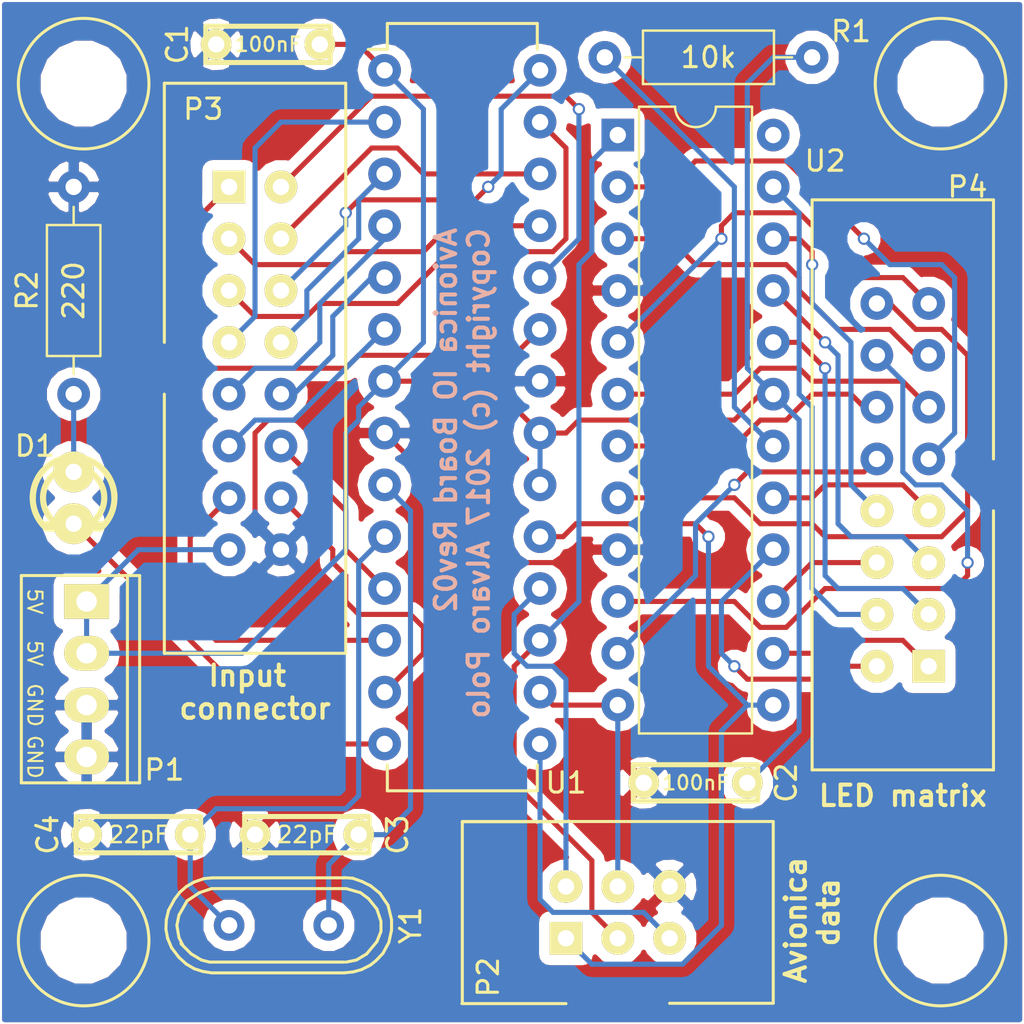
<source format=kicad_pcb>
(kicad_pcb (version 4) (host pcbnew 4.0.7)

  (general
    (links 67)
    (no_connects 0)
    (area 139.899999 89.899999 190.100001 140.100001)
    (thickness 1.6)
    (drawings 12)
    (tracks 314)
    (zones 0)
    (modules 18)
    (nets 43)
  )

  (page A4)
  (layers
    (0 F.Cu signal)
    (31 B.Cu signal)
    (32 B.Adhes user)
    (33 F.Adhes user)
    (34 B.Paste user)
    (35 F.Paste user)
    (36 B.SilkS user)
    (37 F.SilkS user)
    (38 B.Mask user)
    (39 F.Mask user)
    (40 Dwgs.User user)
    (41 Cmts.User user)
    (42 Eco1.User user)
    (43 Eco2.User user)
    (44 Edge.Cuts user)
    (45 Margin user)
    (46 B.CrtYd user)
    (47 F.CrtYd user)
    (48 B.Fab user)
    (49 F.Fab user)
  )

  (setup
    (last_trace_width 0.25)
    (trace_clearance 0.2)
    (zone_clearance 0.508)
    (zone_45_only no)
    (trace_min 0.2)
    (segment_width 0.2)
    (edge_width 0.15)
    (via_size 0.6)
    (via_drill 0.4)
    (via_min_size 0.4)
    (via_min_drill 0.3)
    (uvia_size 0.3)
    (uvia_drill 0.1)
    (uvias_allowed no)
    (uvia_min_size 0.2)
    (uvia_min_drill 0.1)
    (pcb_text_width 0.3)
    (pcb_text_size 1.5 1.5)
    (mod_edge_width 0.15)
    (mod_text_size 1 1)
    (mod_text_width 0.15)
    (pad_size 1.6 1.6)
    (pad_drill 0.8)
    (pad_to_mask_clearance 0.2)
    (aux_axis_origin 140 90)
    (visible_elements FFFFFF7F)
    (pcbplotparams
      (layerselection 0x020f0_80000001)
      (usegerberextensions false)
      (excludeedgelayer true)
      (linewidth 0.100000)
      (plotframeref false)
      (viasonmask false)
      (mode 1)
      (useauxorigin true)
      (hpglpennumber 1)
      (hpglpenspeed 20)
      (hpglpendiameter 15)
      (hpglpenoverlay 2)
      (psnegative false)
      (psa4output false)
      (plotreference true)
      (plotvalue true)
      (plotinvisibletext false)
      (padsonsilk false)
      (subtractmaskfromsilk false)
      (outputformat 1)
      (mirror false)
      (drillshape 0)
      (scaleselection 1)
      (outputdirectory gerber))
  )

  (net 0 "")
  (net 1 VCC)
  (net 2 GND)
  (net 3 "Net-(C3-Pad1)")
  (net 4 "Net-(P2-Pad1)")
  (net 5 "Net-(P2-Pad2)")
  (net 6 "Net-(P2-Pad3)")
  (net 7 "Net-(P2-Pad4)")
  (net 8 "Net-(P3-Pad1)")
  (net 9 "Net-(P3-Pad2)")
  (net 10 "Net-(P3-Pad3)")
  (net 11 "Net-(P3-Pad4)")
  (net 12 "Net-(P3-Pad5)")
  (net 13 "Net-(P3-Pad6)")
  (net 14 "Net-(R1-Pad2)")
  (net 15 "Net-(C4-Pad1)")
  (net 16 "Net-(P2-Pad5)")
  (net 17 "Net-(P3-Pad7)")
  (net 18 "Net-(P3-Pad8)")
  (net 19 "Net-(P3-Pad9)")
  (net 20 "Net-(P3-Pad10)")
  (net 21 "Net-(P3-Pad11)")
  (net 22 "Net-(P3-Pad12)")
  (net 23 "Net-(P4-Pad1)")
  (net 24 "Net-(P4-Pad2)")
  (net 25 "Net-(P4-Pad3)")
  (net 26 "Net-(P4-Pad4)")
  (net 27 "Net-(P4-Pad5)")
  (net 28 "Net-(P4-Pad6)")
  (net 29 "Net-(P4-Pad7)")
  (net 30 "Net-(P4-Pad8)")
  (net 31 "Net-(P4-Pad9)")
  (net 32 "Net-(P4-Pad10)")
  (net 33 "Net-(P4-Pad11)")
  (net 34 "Net-(P4-Pad12)")
  (net 35 "Net-(P4-Pad13)")
  (net 36 "Net-(P4-Pad14)")
  (net 37 "Net-(P4-Pad15)")
  (net 38 "Net-(P4-Pad16)")
  (net 39 "Net-(D1-Pad1)")
  (net 40 "Net-(D1-Pad2)")
  (net 41 "Net-(P3-Pad13)")
  (net 42 "Net-(P3-Pad14)")

  (net_class Default "Esta es la clase de red por defecto."
    (clearance 0.2)
    (trace_width 0.25)
    (via_dia 0.6)
    (via_drill 0.4)
    (uvia_dia 0.3)
    (uvia_drill 0.1)
    (add_net GND)
    (add_net "Net-(C3-Pad1)")
    (add_net "Net-(C4-Pad1)")
    (add_net "Net-(D1-Pad1)")
    (add_net "Net-(D1-Pad2)")
    (add_net "Net-(P2-Pad1)")
    (add_net "Net-(P2-Pad2)")
    (add_net "Net-(P2-Pad3)")
    (add_net "Net-(P2-Pad4)")
    (add_net "Net-(P2-Pad5)")
    (add_net "Net-(P3-Pad1)")
    (add_net "Net-(P3-Pad10)")
    (add_net "Net-(P3-Pad11)")
    (add_net "Net-(P3-Pad12)")
    (add_net "Net-(P3-Pad13)")
    (add_net "Net-(P3-Pad14)")
    (add_net "Net-(P3-Pad2)")
    (add_net "Net-(P3-Pad3)")
    (add_net "Net-(P3-Pad4)")
    (add_net "Net-(P3-Pad5)")
    (add_net "Net-(P3-Pad6)")
    (add_net "Net-(P3-Pad7)")
    (add_net "Net-(P3-Pad8)")
    (add_net "Net-(P3-Pad9)")
    (add_net "Net-(P4-Pad1)")
    (add_net "Net-(P4-Pad10)")
    (add_net "Net-(P4-Pad11)")
    (add_net "Net-(P4-Pad12)")
    (add_net "Net-(P4-Pad13)")
    (add_net "Net-(P4-Pad14)")
    (add_net "Net-(P4-Pad15)")
    (add_net "Net-(P4-Pad16)")
    (add_net "Net-(P4-Pad2)")
    (add_net "Net-(P4-Pad3)")
    (add_net "Net-(P4-Pad4)")
    (add_net "Net-(P4-Pad5)")
    (add_net "Net-(P4-Pad6)")
    (add_net "Net-(P4-Pad7)")
    (add_net "Net-(P4-Pad8)")
    (add_net "Net-(P4-Pad9)")
    (add_net "Net-(R1-Pad2)")
    (add_net VCC)
  )

  (module avionica:DIP-24 (layer F.Cu) (tedit 59F09400) (tstamp 59F09245)
    (at 170.18 96.52)
    (descr "24-lead dip package, row spacing 7.62 mm (300 mils)")
    (tags "DIL DIP PDIP 2.54mm 7.62mm 300mil")
    (path /59F0919B)
    (fp_text reference U2 (at 10.16 1.27) (layer F.SilkS)
      (effects (font (size 1 1) (thickness 0.15)))
    )
    (fp_text value MAX7219 (at 3.81 15.24 90) (layer F.Fab)
      (effects (font (size 1 1) (thickness 0.15)))
    )
    (fp_text user %R (at 3.81 13.97) (layer F.Fab) hide
      (effects (font (size 1 1) (thickness 0.15)))
    )
    (fp_line (start 1.635 -1.27) (end 6.985 -1.27) (layer F.Fab) (width 0.1))
    (fp_line (start 6.985 -1.27) (end 6.985 29.21) (layer F.Fab) (width 0.1))
    (fp_line (start 6.985 29.21) (end 0.635 29.21) (layer F.Fab) (width 0.1))
    (fp_line (start 0.635 29.21) (end 0.635 -0.27) (layer F.Fab) (width 0.1))
    (fp_line (start 0.635 -0.27) (end 1.635 -1.27) (layer F.Fab) (width 0.1))
    (fp_line (start 2.81 -1.39) (end 1.04 -1.39) (layer F.SilkS) (width 0.12))
    (fp_line (start 1.04 -1.39) (end 1.04 29.33) (layer F.SilkS) (width 0.12))
    (fp_line (start 1.04 29.33) (end 6.58 29.33) (layer F.SilkS) (width 0.12))
    (fp_line (start 6.58 29.33) (end 6.58 -1.39) (layer F.SilkS) (width 0.12))
    (fp_line (start 6.58 -1.39) (end 4.81 -1.39) (layer F.SilkS) (width 0.12))
    (fp_line (start -1.1 -1.6) (end -1.1 29.5) (layer F.CrtYd) (width 0.05))
    (fp_line (start -1.1 29.5) (end 8.7 29.5) (layer F.CrtYd) (width 0.05))
    (fp_line (start 8.7 29.5) (end 8.7 -1.6) (layer F.CrtYd) (width 0.05))
    (fp_line (start 8.7 -1.6) (end -1.1 -1.6) (layer F.CrtYd) (width 0.05))
    (fp_arc (start 3.81 -1.39) (end 2.81 -1.39) (angle -180) (layer F.SilkS) (width 0.12))
    (pad 1 thru_hole rect (at 0 0) (size 1.6 1.6) (drill 0.8) (layers *.Cu *.Mask)
      (net 6 "Net-(P2-Pad3)"))
    (pad 13 thru_hole oval (at 7.62 27.94) (size 1.6 1.6) (drill 0.8) (layers *.Cu *.Mask)
      (net 4 "Net-(P2-Pad1)"))
    (pad 2 thru_hole oval (at 0 2.54) (size 1.6 1.6) (drill 0.8) (layers *.Cu *.Mask)
      (net 31 "Net-(P4-Pad9)"))
    (pad 14 thru_hole oval (at 7.62 25.4) (size 1.6 1.6) (drill 0.8) (layers *.Cu *.Mask)
      (net 23 "Net-(P4-Pad1)"))
    (pad 3 thru_hole oval (at 0 5.08) (size 1.6 1.6) (drill 0.8) (layers *.Cu *.Mask)
      (net 35 "Net-(P4-Pad13)"))
    (pad 15 thru_hole oval (at 7.62 22.86) (size 1.6 1.6) (drill 0.8) (layers *.Cu *.Mask)
      (net 28 "Net-(P4-Pad6)"))
    (pad 4 thru_hole oval (at 0 7.62) (size 1.6 1.6) (drill 0.8) (layers *.Cu *.Mask)
      (net 2 GND))
    (pad 16 thru_hole oval (at 7.62 20.32) (size 1.6 1.6) (drill 0.8) (layers *.Cu *.Mask)
      (net 24 "Net-(P4-Pad2)"))
    (pad 5 thru_hole oval (at 0 10.16) (size 1.6 1.6) (drill 0.8) (layers *.Cu *.Mask)
      (net 37 "Net-(P4-Pad15)"))
    (pad 17 thru_hole oval (at 7.62 17.78) (size 1.6 1.6) (drill 0.8) (layers *.Cu *.Mask)
      (net 29 "Net-(P4-Pad7)"))
    (pad 6 thru_hole oval (at 0 12.7) (size 1.6 1.6) (drill 0.8) (layers *.Cu *.Mask)
      (net 33 "Net-(P4-Pad11)"))
    (pad 18 thru_hole oval (at 7.62 15.24) (size 1.6 1.6) (drill 0.8) (layers *.Cu *.Mask)
      (net 14 "Net-(R1-Pad2)"))
    (pad 7 thru_hole oval (at 0 15.24) (size 1.6 1.6) (drill 0.8) (layers *.Cu *.Mask)
      (net 34 "Net-(P4-Pad12)"))
    (pad 19 thru_hole oval (at 7.62 12.7) (size 1.6 1.6) (drill 0.8) (layers *.Cu *.Mask)
      (net 1 VCC))
    (pad 8 thru_hole oval (at 0 17.78) (size 1.6 1.6) (drill 0.8) (layers *.Cu *.Mask)
      (net 38 "Net-(P4-Pad16)"))
    (pad 20 thru_hole oval (at 7.62 10.16) (size 1.6 1.6) (drill 0.8) (layers *.Cu *.Mask)
      (net 25 "Net-(P4-Pad3)"))
    (pad 9 thru_hole oval (at 0 20.32) (size 1.6 1.6) (drill 0.8) (layers *.Cu *.Mask)
      (net 2 GND))
    (pad 21 thru_hole oval (at 7.62 7.62) (size 1.6 1.6) (drill 0.8) (layers *.Cu *.Mask)
      (net 27 "Net-(P4-Pad5)"))
    (pad 10 thru_hole oval (at 0 22.86) (size 1.6 1.6) (drill 0.8) (layers *.Cu *.Mask)
      (net 36 "Net-(P4-Pad14)"))
    (pad 22 thru_hole oval (at 7.62 5.08) (size 1.6 1.6) (drill 0.8) (layers *.Cu *.Mask)
      (net 30 "Net-(P4-Pad8)"))
    (pad 11 thru_hole oval (at 0 25.4) (size 1.6 1.6) (drill 0.8) (layers *.Cu *.Mask)
      (net 32 "Net-(P4-Pad10)"))
    (pad 23 thru_hole oval (at 7.62 2.54) (size 1.6 1.6) (drill 0.8) (layers *.Cu *.Mask)
      (net 26 "Net-(P4-Pad4)"))
    (pad 12 thru_hole oval (at 0 27.94) (size 1.6 1.6) (drill 0.8) (layers *.Cu *.Mask)
      (net 7 "Net-(P2-Pad4)"))
    (pad 24 thru_hole oval (at 7.62 0) (size 1.6 1.6) (drill 0.8) (layers *.Cu *.Mask))
    (model ${KISYS3DMOD}/Housings_DIP.3dshapes/DIP-24_W7.62mm.wrl
      (at (xyz 0 0 0))
      (scale (xyz 1 1 1))
      (rotate (xyz 0 0 0))
    )
  )

  (module avionica:DIP-28 (layer F.Cu) (tedit 59F09B4C) (tstamp 59F088D9)
    (at 158.75 93.345)
    (descr "28-lead dip package, row spacing 7.62 mm (300 mils)")
    (tags "dil dip 2.54 300")
    (path /59F0705D)
    (fp_text reference U1 (at 8.89 34.925) (layer F.SilkS)
      (effects (font (size 1 1) (thickness 0.15)))
    )
    (fp_text value atmega328 (at 3.81 16.51 90) (layer F.Fab)
      (effects (font (size 1 1) (thickness 0.15)))
    )
    (fp_line (start -1.05 -2.45) (end -1.05 35.5) (layer F.CrtYd) (width 0.05))
    (fp_line (start 8.65 -2.45) (end 8.65 35.5) (layer F.CrtYd) (width 0.05))
    (fp_line (start -1.05 -2.45) (end 8.65 -2.45) (layer F.CrtYd) (width 0.05))
    (fp_line (start -1.05 35.5) (end 8.65 35.5) (layer F.CrtYd) (width 0.05))
    (fp_line (start 0.135 -2.295) (end 0.135 -1.025) (layer F.SilkS) (width 0.15))
    (fp_line (start 7.485 -2.295) (end 7.485 -1.025) (layer F.SilkS) (width 0.15))
    (fp_line (start 7.485 35.315) (end 7.485 34.045) (layer F.SilkS) (width 0.15))
    (fp_line (start 0.135 35.315) (end 0.135 34.045) (layer F.SilkS) (width 0.15))
    (fp_line (start 0.135 -2.295) (end 7.485 -2.295) (layer F.SilkS) (width 0.15))
    (fp_line (start 0.135 35.315) (end 7.485 35.315) (layer F.SilkS) (width 0.15))
    (fp_line (start 0.135 -1.025) (end -0.8 -1.025) (layer F.SilkS) (width 0.15))
    (pad 1 thru_hole oval (at 0 0) (size 1.6 1.6) (drill 0.8) (layers *.Cu *.Mask)
      (net 1 VCC))
    (pad 2 thru_hole oval (at 0 2.54) (size 1.6 1.6) (drill 0.8) (layers *.Cu *.Mask)
      (net 17 "Net-(P3-Pad7)"))
    (pad 3 thru_hole oval (at 0 5.08) (size 1.6 1.6) (drill 0.8) (layers *.Cu *.Mask)
      (net 18 "Net-(P3-Pad8)"))
    (pad 4 thru_hole oval (at 0 7.62) (size 1.6 1.6) (drill 0.8) (layers *.Cu *.Mask)
      (net 19 "Net-(P3-Pad9)"))
    (pad 5 thru_hole oval (at 0 10.16) (size 1.6 1.6) (drill 0.8) (layers *.Cu *.Mask)
      (net 20 "Net-(P3-Pad10)"))
    (pad 6 thru_hole oval (at 0 12.7) (size 1.6 1.6) (drill 0.8) (layers *.Cu *.Mask)
      (net 21 "Net-(P3-Pad11)"))
    (pad 7 thru_hole oval (at 0 15.24) (size 1.6 1.6) (drill 0.8) (layers *.Cu *.Mask)
      (net 1 VCC))
    (pad 8 thru_hole oval (at 0 17.78) (size 1.6 1.6) (drill 0.8) (layers *.Cu *.Mask)
      (net 2 GND))
    (pad 9 thru_hole oval (at 0 20.32) (size 1.6 1.6) (drill 0.8) (layers *.Cu *.Mask)
      (net 3 "Net-(C3-Pad1)"))
    (pad 10 thru_hole oval (at 0 22.86) (size 1.6 1.6) (drill 0.8) (layers *.Cu *.Mask)
      (net 15 "Net-(C4-Pad1)"))
    (pad 11 thru_hole oval (at 0 25.4) (size 1.6 1.6) (drill 0.8) (layers *.Cu *.Mask)
      (net 22 "Net-(P3-Pad12)"))
    (pad 12 thru_hole oval (at 0 27.94) (size 1.6 1.6) (drill 0.8) (layers *.Cu *.Mask)
      (net 41 "Net-(P3-Pad13)"))
    (pad 13 thru_hole oval (at 0 30.48) (size 1.6 1.6) (drill 0.8) (layers *.Cu *.Mask)
      (net 42 "Net-(P3-Pad14)"))
    (pad 14 thru_hole oval (at 0 33.02) (size 1.6 1.6) (drill 0.8) (layers *.Cu *.Mask)
      (net 40 "Net-(D1-Pad2)"))
    (pad 15 thru_hole oval (at 7.62 33.02) (size 1.6 1.6) (drill 0.8) (layers *.Cu *.Mask)
      (net 16 "Net-(P2-Pad5)"))
    (pad 16 thru_hole oval (at 7.62 30.48) (size 1.6 1.6) (drill 0.8) (layers *.Cu *.Mask)
      (net 7 "Net-(P2-Pad4)"))
    (pad 17 thru_hole oval (at 7.62 27.94) (size 1.6 1.6) (drill 0.8) (layers *.Cu *.Mask)
      (net 6 "Net-(P2-Pad3)"))
    (pad 18 thru_hole oval (at 7.62 25.4) (size 1.6 1.6) (drill 0.8) (layers *.Cu *.Mask)
      (net 5 "Net-(P2-Pad2)"))
    (pad 19 thru_hole oval (at 7.62 22.86) (size 1.6 1.6) (drill 0.8) (layers *.Cu *.Mask)
      (net 4 "Net-(P2-Pad1)"))
    (pad 20 thru_hole oval (at 7.62 20.32) (size 1.6 1.6) (drill 0.8) (layers *.Cu *.Mask)
      (net 1 VCC))
    (pad 21 thru_hole oval (at 7.62 17.78) (size 1.6 1.6) (drill 0.8) (layers *.Cu *.Mask)
      (net 1 VCC))
    (pad 22 thru_hole oval (at 7.62 15.24) (size 1.6 1.6) (drill 0.8) (layers *.Cu *.Mask)
      (net 2 GND))
    (pad 23 thru_hole oval (at 7.62 12.7) (size 1.6 1.6) (drill 0.8) (layers *.Cu *.Mask)
      (net 8 "Net-(P3-Pad1)"))
    (pad 24 thru_hole oval (at 7.62 10.16) (size 1.6 1.6) (drill 0.8) (layers *.Cu *.Mask)
      (net 9 "Net-(P3-Pad2)"))
    (pad 25 thru_hole oval (at 7.62 7.62) (size 1.6 1.6) (drill 0.8) (layers *.Cu *.Mask)
      (net 10 "Net-(P3-Pad3)"))
    (pad 26 thru_hole oval (at 7.62 5.08) (size 1.6 1.6) (drill 0.8) (layers *.Cu *.Mask)
      (net 11 "Net-(P3-Pad4)"))
    (pad 27 thru_hole oval (at 7.62 2.54) (size 1.6 1.6) (drill 0.8) (layers *.Cu *.Mask)
      (net 12 "Net-(P3-Pad5)"))
    (pad 28 thru_hole oval (at 7.62 0) (size 1.6 1.6) (drill 0.8) (layers *.Cu *.Mask)
      (net 13 "Net-(P3-Pad6)"))
    (model Housings_DIP.3dshapes/DIP-28_W7.62mm.wrl
      (at (xyz 0 0 0))
      (scale (xyz 1 1 1))
      (rotate (xyz 0 0 0))
    )
  )

  (module avionica:Crystal (layer F.Cu) (tedit 59F084CE) (tstamp 59F088DF)
    (at 153.57094 135.255 180)
    (path /59F07316)
    (fp_text reference Y1 (at -6.44906 0 270) (layer F.SilkS)
      (effects (font (size 1 1) (thickness 0.15)))
    )
    (fp_text value Crystal (at 0 0 180) (layer F.Fab) hide
      (effects (font (size 1 1) (thickness 0.15)))
    )
    (fp_line (start 4.699 -1.00076) (end 4.89966 -0.59944) (layer F.SilkS) (width 0.15))
    (fp_line (start 4.89966 -0.59944) (end 5.00126 0) (layer F.SilkS) (width 0.15))
    (fp_line (start 5.00126 0) (end 4.89966 0.50038) (layer F.SilkS) (width 0.15))
    (fp_line (start 4.89966 0.50038) (end 4.50088 1.19888) (layer F.SilkS) (width 0.15))
    (fp_line (start 4.50088 1.19888) (end 3.8989 1.6002) (layer F.SilkS) (width 0.15))
    (fp_line (start 3.8989 1.6002) (end 3.29946 1.80086) (layer F.SilkS) (width 0.15))
    (fp_line (start 3.29946 1.80086) (end -3.29946 1.80086) (layer F.SilkS) (width 0.15))
    (fp_line (start -3.29946 1.80086) (end -4.0005 1.6002) (layer F.SilkS) (width 0.15))
    (fp_line (start -4.0005 1.6002) (end -4.39928 1.30048) (layer F.SilkS) (width 0.15))
    (fp_line (start -4.39928 1.30048) (end -4.8006 0.8001) (layer F.SilkS) (width 0.15))
    (fp_line (start -4.8006 0.8001) (end -5.00126 0.20066) (layer F.SilkS) (width 0.15))
    (fp_line (start -5.00126 0.20066) (end -5.00126 -0.29972) (layer F.SilkS) (width 0.15))
    (fp_line (start -5.00126 -0.29972) (end -4.8006 -0.8001) (layer F.SilkS) (width 0.15))
    (fp_line (start -4.8006 -0.8001) (end -4.30022 -1.39954) (layer F.SilkS) (width 0.15))
    (fp_line (start -4.30022 -1.39954) (end -3.79984 -1.69926) (layer F.SilkS) (width 0.15))
    (fp_line (start -3.79984 -1.69926) (end -3.29946 -1.80086) (layer F.SilkS) (width 0.15))
    (fp_line (start -3.2004 -1.80086) (end 3.40106 -1.80086) (layer F.SilkS) (width 0.15))
    (fp_line (start 3.40106 -1.80086) (end 3.79984 -1.69926) (layer F.SilkS) (width 0.15))
    (fp_line (start 3.79984 -1.69926) (end 4.30022 -1.39954) (layer F.SilkS) (width 0.15))
    (fp_line (start 4.30022 -1.39954) (end 4.8006 -0.89916) (layer F.SilkS) (width 0.15))
    (fp_line (start -3.19024 -2.32918) (end -3.64998 -2.28092) (layer F.SilkS) (width 0.15))
    (fp_line (start -3.64998 -2.28092) (end -4.04876 -2.16916) (layer F.SilkS) (width 0.15))
    (fp_line (start -4.04876 -2.16916) (end -4.48056 -1.95072) (layer F.SilkS) (width 0.15))
    (fp_line (start -4.48056 -1.95072) (end -4.77012 -1.71958) (layer F.SilkS) (width 0.15))
    (fp_line (start -4.77012 -1.71958) (end -5.10032 -1.36906) (layer F.SilkS) (width 0.15))
    (fp_line (start -5.10032 -1.36906) (end -5.38988 -0.83058) (layer F.SilkS) (width 0.15))
    (fp_line (start -5.38988 -0.83058) (end -5.51942 -0.23114) (layer F.SilkS) (width 0.15))
    (fp_line (start -5.51942 -0.23114) (end -5.51942 0.2794) (layer F.SilkS) (width 0.15))
    (fp_line (start -5.51942 0.2794) (end -5.34924 0.98044) (layer F.SilkS) (width 0.15))
    (fp_line (start -5.34924 0.98044) (end -4.95046 1.56972) (layer F.SilkS) (width 0.15))
    (fp_line (start -4.95046 1.56972) (end -4.49072 1.94056) (layer F.SilkS) (width 0.15))
    (fp_line (start -4.49072 1.94056) (end -4.06908 2.14884) (layer F.SilkS) (width 0.15))
    (fp_line (start -4.06908 2.14884) (end -3.6195 2.30886) (layer F.SilkS) (width 0.15))
    (fp_line (start -3.6195 2.30886) (end -3.18008 2.33934) (layer F.SilkS) (width 0.15))
    (fp_line (start 4.16052 2.1209) (end 4.53898 1.89992) (layer F.SilkS) (width 0.15))
    (fp_line (start 4.53898 1.89992) (end 4.85902 1.62052) (layer F.SilkS) (width 0.15))
    (fp_line (start 4.85902 1.62052) (end 5.11048 1.29032) (layer F.SilkS) (width 0.15))
    (fp_line (start 5.11048 1.29032) (end 5.4102 0.73914) (layer F.SilkS) (width 0.15))
    (fp_line (start 5.4102 0.73914) (end 5.51942 0.26924) (layer F.SilkS) (width 0.15))
    (fp_line (start 5.51942 0.26924) (end 5.53974 -0.1905) (layer F.SilkS) (width 0.15))
    (fp_line (start 5.53974 -0.1905) (end 5.45084 -0.65024) (layer F.SilkS) (width 0.15))
    (fp_line (start 5.45084 -0.65024) (end 5.26034 -1.09982) (layer F.SilkS) (width 0.15))
    (fp_line (start 5.26034 -1.09982) (end 4.89966 -1.56972) (layer F.SilkS) (width 0.15))
    (fp_line (start 4.89966 -1.56972) (end 4.54914 -1.88976) (layer F.SilkS) (width 0.15))
    (fp_line (start 4.54914 -1.88976) (end 4.16052 -2.1209) (layer F.SilkS) (width 0.15))
    (fp_line (start 4.16052 -2.1209) (end 3.73126 -2.2606) (layer F.SilkS) (width 0.15))
    (fp_line (start 3.73126 -2.2606) (end 3.2893 -2.32918) (layer F.SilkS) (width 0.15))
    (fp_line (start -3.2004 2.32918) (end 3.2512 2.32918) (layer F.SilkS) (width 0.15))
    (fp_line (start 3.2512 2.32918) (end 3.6703 2.29108) (layer F.SilkS) (width 0.15))
    (fp_line (start 3.6703 2.29108) (end 4.16052 2.1209) (layer F.SilkS) (width 0.15))
    (fp_line (start -3.2004 -2.32918) (end 3.2512 -2.32918) (layer F.SilkS) (width 0.15))
    (pad 1 thru_hole circle (at -2.44094 0 180) (size 1.50114 1.50114) (drill 0.8001) (layers *.Cu *.Mask)
      (net 3 "Net-(C3-Pad1)"))
    (pad 2 thru_hole circle (at 2.44094 0 180) (size 1.50114 1.50114) (drill 0.8001) (layers *.Cu *.Mask)
      (net 15 "Net-(C4-Pad1)"))
  )

  (module avionica:LED-th (layer F.Cu) (tedit 59FA162B) (tstamp 59FA1AE0)
    (at 143.51 114.3)
    (descr "3mm green led")
    (tags led)
    (path /59FA2079)
    (fp_text reference D1 (at -1.905 -2.54) (layer F.SilkS)
      (effects (font (size 1 1) (thickness 0.15)))
    )
    (fp_text value LED (at 0 0) (layer F.SilkS) hide
      (effects (font (size 1 1) (thickness 0.2)))
    )
    (fp_arc (start 0 0) (end 1.50876 -1.31064) (angle 90) (layer F.SilkS) (width 0.29972))
    (fp_arc (start 0 0) (end -1.33096 1.50114) (angle 90) (layer F.SilkS) (width 0.29972))
    (fp_arc (start 0 0) (end 0 -1.99898) (angle 90) (layer F.SilkS) (width 0.29972))
    (fp_arc (start 0 0) (end -1.99898 0) (angle 90) (layer F.SilkS) (width 0.29972))
    (fp_line (start -1.50114 1.30048) (end 1.50114 1.30048) (layer F.SilkS) (width 0.29972))
    (fp_line (start -1.30048 1.50114) (end 1.30048 1.50114) (layer F.SilkS) (width 0.29972))
    (fp_circle (center 0 0) (end -1.50114 0) (layer F.SilkS) (width 0.29972))
    (pad 1 thru_hole circle (at 0 -1.27) (size 1.99898 1.99898) (drill 0.8001) (layers *.Cu *.Mask F.SilkS)
      (net 39 "Net-(D1-Pad1)"))
    (pad 2 thru_hole circle (at 0 1.27) (size 1.99898 1.99898) (drill 0.8001) (layers *.Cu *.Mask F.SilkS)
      (net 40 "Net-(D1-Pad2)"))
    (model ${KIPRJMOD}/../modules/packages3d/avionica.3dshapes/LED-th.wrl
      (at (xyz 0 0 0))
      (scale (xyz 1 1 1))
      (rotate (xyz 0 0 0))
    )
  )

  (module avionica:Axial_resistor (layer F.Cu) (tedit 59FA1663) (tstamp 59FA1AF6)
    (at 143.51 109.22 90)
    (descr "Resistor, Axial_DIN0207 series, Axial, Horizontal, pin pitch=10.16mm, 0.25W = 1/4W, length*diameter=6.3*2.5mm^2, http://cdn-reichelt.de/documents/datenblatt/B400/1_4W%23YAG.pdf")
    (tags "Resistor Axial_DIN0207 series Axial Horizontal pin pitch 10.16mm 0.25W = 1/4W length 6.3mm diameter 2.5mm")
    (path /59FA20EB)
    (fp_text reference R2 (at 5.08 -2.286 90) (layer F.SilkS)
      (effects (font (size 1 1) (thickness 0.15)))
    )
    (fp_text value 220 (at 5.08 0 90) (layer F.SilkS)
      (effects (font (size 1 1) (thickness 0.15)))
    )
    (fp_line (start 1.93 -1.25) (end 1.93 1.25) (layer F.Fab) (width 0.1))
    (fp_line (start 1.93 1.25) (end 8.23 1.25) (layer F.Fab) (width 0.1))
    (fp_line (start 8.23 1.25) (end 8.23 -1.25) (layer F.Fab) (width 0.1))
    (fp_line (start 8.23 -1.25) (end 1.93 -1.25) (layer F.Fab) (width 0.1))
    (fp_line (start 0 0) (end 1.93 0) (layer F.Fab) (width 0.1))
    (fp_line (start 10.16 0) (end 8.23 0) (layer F.Fab) (width 0.1))
    (fp_line (start 1.87 -1.31) (end 1.87 1.31) (layer F.SilkS) (width 0.12))
    (fp_line (start 1.87 1.31) (end 8.29 1.31) (layer F.SilkS) (width 0.12))
    (fp_line (start 8.29 1.31) (end 8.29 -1.31) (layer F.SilkS) (width 0.12))
    (fp_line (start 8.29 -1.31) (end 1.87 -1.31) (layer F.SilkS) (width 0.12))
    (fp_line (start 0.98 0) (end 1.87 0) (layer F.SilkS) (width 0.12))
    (fp_line (start 9.18 0) (end 8.29 0) (layer F.SilkS) (width 0.12))
    (fp_line (start -1.05 -1.6) (end -1.05 1.6) (layer F.CrtYd) (width 0.05))
    (fp_line (start -1.05 1.6) (end 11.25 1.6) (layer F.CrtYd) (width 0.05))
    (fp_line (start 11.25 1.6) (end 11.25 -1.6) (layer F.CrtYd) (width 0.05))
    (fp_line (start 11.25 -1.6) (end -1.05 -1.6) (layer F.CrtYd) (width 0.05))
    (pad 1 thru_hole circle (at 0 0 90) (size 1.6 1.6) (drill 0.8) (layers *.Cu *.Mask)
      (net 39 "Net-(D1-Pad1)"))
    (pad 2 thru_hole oval (at 10.16 0 90) (size 1.6 1.6) (drill 0.8) (layers *.Cu *.Mask)
      (net 2 GND))
    (model ${KIPRJMOD}/../modules/packages3d/avionica.3dshapes/Axial_resistor.wrl
      (at (xyz 0.2 0 0))
      (scale (xyz 0.393701 0.393701 0.393701))
      (rotate (xyz 0 0 0))
    )
  )

  (module avionica:Axial_resistor (layer F.Cu) (tedit 59FA1663) (tstamp 59F09229)
    (at 179.705 92.71 180)
    (descr "Resistor, Axial_DIN0207 series, Axial, Horizontal, pin pitch=10.16mm, 0.25W = 1/4W, length*diameter=6.3*2.5mm^2, http://cdn-reichelt.de/documents/datenblatt/B400/1_4W%23YAG.pdf")
    (tags "Resistor Axial_DIN0207 series Axial Horizontal pin pitch 10.16mm 0.25W = 1/4W length 6.3mm diameter 2.5mm")
    (path /59F097DD)
    (fp_text reference R1 (at -1.905 1.27 180) (layer F.SilkS)
      (effects (font (size 1 1) (thickness 0.15)))
    )
    (fp_text value 10k (at 5.08 0 180) (layer F.SilkS)
      (effects (font (size 1 1) (thickness 0.15)))
    )
    (fp_line (start 1.93 -1.25) (end 1.93 1.25) (layer F.Fab) (width 0.1))
    (fp_line (start 1.93 1.25) (end 8.23 1.25) (layer F.Fab) (width 0.1))
    (fp_line (start 8.23 1.25) (end 8.23 -1.25) (layer F.Fab) (width 0.1))
    (fp_line (start 8.23 -1.25) (end 1.93 -1.25) (layer F.Fab) (width 0.1))
    (fp_line (start 0 0) (end 1.93 0) (layer F.Fab) (width 0.1))
    (fp_line (start 10.16 0) (end 8.23 0) (layer F.Fab) (width 0.1))
    (fp_line (start 1.87 -1.31) (end 1.87 1.31) (layer F.SilkS) (width 0.12))
    (fp_line (start 1.87 1.31) (end 8.29 1.31) (layer F.SilkS) (width 0.12))
    (fp_line (start 8.29 1.31) (end 8.29 -1.31) (layer F.SilkS) (width 0.12))
    (fp_line (start 8.29 -1.31) (end 1.87 -1.31) (layer F.SilkS) (width 0.12))
    (fp_line (start 0.98 0) (end 1.87 0) (layer F.SilkS) (width 0.12))
    (fp_line (start 9.18 0) (end 8.29 0) (layer F.SilkS) (width 0.12))
    (fp_line (start -1.05 -1.6) (end -1.05 1.6) (layer F.CrtYd) (width 0.05))
    (fp_line (start -1.05 1.6) (end 11.25 1.6) (layer F.CrtYd) (width 0.05))
    (fp_line (start 11.25 1.6) (end 11.25 -1.6) (layer F.CrtYd) (width 0.05))
    (fp_line (start 11.25 -1.6) (end -1.05 -1.6) (layer F.CrtYd) (width 0.05))
    (pad 1 thru_hole circle (at 0 0 180) (size 1.6 1.6) (drill 0.8) (layers *.Cu *.Mask)
      (net 1 VCC))
    (pad 2 thru_hole oval (at 10.16 0 180) (size 1.6 1.6) (drill 0.8) (layers *.Cu *.Mask)
      (net 14 "Net-(R1-Pad2)"))
    (model ${KIPRJMOD}/../modules/packages3d/avionica.3dshapes/Axial_resistor.wrl
      (at (xyz 0.2 0 0))
      (scale (xyz 0.393701 0.393701 0.393701))
      (rotate (xyz 0 0 0))
    )
  )

  (module avionica:Disc_capacitor (layer F.Cu) (tedit 59FA16EE) (tstamp 59F093ED)
    (at 146.685 130.81 180)
    (descr "6mm disc ceramic capacitor")
    (tags C)
    (path /59F074FE)
    (fp_text reference C4 (at 4.445 0 270) (layer F.SilkS)
      (effects (font (size 1 1) (thickness 0.15)))
    )
    (fp_text value 22pF (at 0 0 180) (layer F.SilkS)
      (effects (font (size 0.8 0.8) (thickness 0.12)))
    )
    (fp_line (start -3.048 -0.889) (end -3.048 0.889) (layer F.SilkS) (width 0.24892))
    (fp_line (start -3.048 0.889) (end 3.048 0.889) (layer F.SilkS) (width 0.24892))
    (fp_line (start 3.048 0.889) (end 3.048 -0.889) (layer F.SilkS) (width 0.24892))
    (fp_line (start 3.048 -0.889) (end -3.048 -0.889) (layer F.SilkS) (width 0.24892))
    (pad 1 thru_hole circle (at -2.54 0 180) (size 1.50114 1.50114) (drill 0.8001) (layers *.Cu *.Mask F.SilkS)
      (net 15 "Net-(C4-Pad1)"))
    (pad 2 thru_hole circle (at 2.54 0 180) (size 1.50114 1.50114) (drill 0.8001) (layers *.Cu *.Mask F.SilkS)
      (net 2 GND))
    (model ${KIPRJMOD}/../modules/packages3d/avionica.3dshapes/Disc_capacitor.wrl
      (at (xyz 0 0 0))
      (scale (xyz 1 1 1))
      (rotate (xyz 0 0 0))
    )
  )

  (module avionica:Disc_capacitor (layer F.Cu) (tedit 59FA16EE) (tstamp 59F08894)
    (at 154.94 130.81 180)
    (descr "6mm disc ceramic capacitor")
    (tags C)
    (path /59F07417)
    (fp_text reference C3 (at -4.445 0 270) (layer F.SilkS)
      (effects (font (size 1 1) (thickness 0.15)))
    )
    (fp_text value 22pF (at 0 0 180) (layer F.SilkS)
      (effects (font (size 0.8 0.8) (thickness 0.12)))
    )
    (fp_line (start -3.048 -0.889) (end -3.048 0.889) (layer F.SilkS) (width 0.24892))
    (fp_line (start -3.048 0.889) (end 3.048 0.889) (layer F.SilkS) (width 0.24892))
    (fp_line (start 3.048 0.889) (end 3.048 -0.889) (layer F.SilkS) (width 0.24892))
    (fp_line (start 3.048 -0.889) (end -3.048 -0.889) (layer F.SilkS) (width 0.24892))
    (pad 1 thru_hole circle (at -2.54 0 180) (size 1.50114 1.50114) (drill 0.8001) (layers *.Cu *.Mask F.SilkS)
      (net 3 "Net-(C3-Pad1)"))
    (pad 2 thru_hole circle (at 2.54 0 180) (size 1.50114 1.50114) (drill 0.8001) (layers *.Cu *.Mask F.SilkS)
      (net 2 GND))
    (model ${KIPRJMOD}/../modules/packages3d/avionica.3dshapes/Disc_capacitor.wrl
      (at (xyz 0 0 0))
      (scale (xyz 1 1 1))
      (rotate (xyz 0 0 0))
    )
  )

  (module avionica:Disc_capacitor (layer F.Cu) (tedit 5A47DE82) (tstamp 59F0888E)
    (at 173.99 128.27 180)
    (descr "6mm disc ceramic capacitor")
    (tags C)
    (path /59F0A630)
    (fp_text reference C2 (at -4.445 0 270) (layer F.SilkS)
      (effects (font (size 1 1) (thickness 0.15)))
    )
    (fp_text value 100nF (at 0 0 180) (layer F.SilkS)
      (effects (font (size 0.7 0.7) (thickness 0.12)))
    )
    (fp_line (start -3.048 -0.889) (end -3.048 0.889) (layer F.SilkS) (width 0.24892))
    (fp_line (start -3.048 0.889) (end 3.048 0.889) (layer F.SilkS) (width 0.24892))
    (fp_line (start 3.048 0.889) (end 3.048 -0.889) (layer F.SilkS) (width 0.24892))
    (fp_line (start 3.048 -0.889) (end -3.048 -0.889) (layer F.SilkS) (width 0.24892))
    (pad 1 thru_hole circle (at -2.54 0 180) (size 1.50114 1.50114) (drill 0.8001) (layers *.Cu *.Mask F.SilkS)
      (net 1 VCC))
    (pad 2 thru_hole circle (at 2.54 0 180) (size 1.50114 1.50114) (drill 0.8001) (layers *.Cu *.Mask F.SilkS)
      (net 2 GND))
    (model ${KIPRJMOD}/../modules/packages3d/avionica.3dshapes/Disc_capacitor.wrl
      (at (xyz 0 0 0))
      (scale (xyz 1 1 1))
      (rotate (xyz 0 0 0))
    )
  )

  (module avionica:Disc_capacitor (layer F.Cu) (tedit 5A47DE7A) (tstamp 59F08888)
    (at 153.035 92.075 180)
    (descr "6mm disc ceramic capacitor")
    (tags C)
    (path /59F088B3)
    (fp_text reference C1 (at 4.445 0 270) (layer F.SilkS)
      (effects (font (size 1 1) (thickness 0.15)))
    )
    (fp_text value 100nF (at 0 0 180) (layer F.SilkS)
      (effects (font (size 0.7 0.7) (thickness 0.12)))
    )
    (fp_line (start -3.048 -0.889) (end -3.048 0.889) (layer F.SilkS) (width 0.24892))
    (fp_line (start -3.048 0.889) (end 3.048 0.889) (layer F.SilkS) (width 0.24892))
    (fp_line (start 3.048 0.889) (end 3.048 -0.889) (layer F.SilkS) (width 0.24892))
    (fp_line (start 3.048 -0.889) (end -3.048 -0.889) (layer F.SilkS) (width 0.24892))
    (pad 1 thru_hole circle (at -2.54 0 180) (size 1.50114 1.50114) (drill 0.8001) (layers *.Cu *.Mask F.SilkS)
      (net 1 VCC))
    (pad 2 thru_hole circle (at 2.54 0 180) (size 1.50114 1.50114) (drill 0.8001) (layers *.Cu *.Mask F.SilkS)
      (net 2 GND))
    (model ${KIPRJMOD}/../modules/packages3d/avionica.3dshapes/Disc_capacitor.wrl
      (at (xyz 0 0 0))
      (scale (xyz 1 1 1))
      (rotate (xyz 0 0 0))
    )
  )

  (module avionica:MountingHole_M3 (layer F.Cu) (tedit 59FA1785) (tstamp 59F09758)
    (at 144 94)
    (descr "Mounting Hole 3.2mm, no annular, M3")
    (tags "mounting hole 3.2mm no annular m3")
    (fp_text reference REF** (at 0 -1.27) (layer F.SilkS) hide
      (effects (font (size 1 1) (thickness 0.15)))
    )
    (fp_text value Hole (at 0 1.27) (layer F.Fab) hide
      (effects (font (size 1 1) (thickness 0.15)))
    )
    (fp_circle (center 0 0) (end 3.2 0) (layer F.SilkS) (width 0.15))
    (fp_circle (center 0 0) (end 3.45 0) (layer F.CrtYd) (width 0.05))
    (pad 1 np_thru_hole circle (at 0 0) (size 3.2 3.2) (drill 3.2) (layers *.Cu *.Mask))
  )

  (module avionica:MountingHole_M3 (layer F.Cu) (tedit 59FA1785) (tstamp 59F0975B)
    (at 186 94)
    (descr "Mounting Hole 3.2mm, no annular, M3")
    (tags "mounting hole 3.2mm no annular m3")
    (fp_text reference REF** (at 0 -1.27) (layer F.SilkS) hide
      (effects (font (size 1 1) (thickness 0.15)))
    )
    (fp_text value Hole (at 0 1.27) (layer F.Fab) hide
      (effects (font (size 1 1) (thickness 0.15)))
    )
    (fp_circle (center 0 0) (end 3.2 0) (layer F.SilkS) (width 0.15))
    (fp_circle (center 0 0) (end 3.45 0) (layer F.CrtYd) (width 0.05))
    (pad 1 np_thru_hole circle (at 0 0) (size 3.2 3.2) (drill 3.2) (layers *.Cu *.Mask))
  )

  (module avionica:MountingHole_M3 (layer F.Cu) (tedit 59FA1785) (tstamp 59F0975F)
    (at 186 136)
    (descr "Mounting Hole 3.2mm, no annular, M3")
    (tags "mounting hole 3.2mm no annular m3")
    (fp_text reference REF** (at 0 -1.27) (layer F.SilkS) hide
      (effects (font (size 1 1) (thickness 0.15)))
    )
    (fp_text value Hole (at 0 1.27) (layer F.Fab) hide
      (effects (font (size 1 1) (thickness 0.15)))
    )
    (fp_circle (center 0 0) (end 3.2 0) (layer F.SilkS) (width 0.15))
    (fp_circle (center 0 0) (end 3.45 0) (layer F.CrtYd) (width 0.05))
    (pad 1 np_thru_hole circle (at 0 0) (size 3.2 3.2) (drill 3.2) (layers *.Cu *.Mask))
  )

  (module avionica:MountingHole_M3 (layer F.Cu) (tedit 59FA1785) (tstamp 59F09763)
    (at 144 136)
    (descr "Mounting Hole 3.2mm, no annular, M3")
    (tags "mounting hole 3.2mm no annular m3")
    (fp_text reference REF** (at 0 -1.27) (layer F.SilkS) hide
      (effects (font (size 1 1) (thickness 0.15)))
    )
    (fp_text value Hole (at 0 1.27) (layer F.Fab) hide
      (effects (font (size 1 1) (thickness 0.15)))
    )
    (fp_circle (center 0 0) (end 3.2 0) (layer F.SilkS) (width 0.15))
    (fp_circle (center 0 0) (end 3.45 0) (layer F.CrtYd) (width 0.05))
    (pad 1 np_thru_hole circle (at 0 0) (size 3.2 3.2) (drill 3.2) (layers *.Cu *.Mask))
  )

  (module avionica:idc-16p (layer F.Cu) (tedit 58B46523) (tstamp 59FA0BF7)
    (at 185.42 122.555 180)
    (path /59FA0A7A)
    (fp_text reference P4 (at -1.905 23.495 180) (layer F.SilkS)
      (effects (font (size 1 1) (thickness 0.15)))
    )
    (fp_text value CONN16 (at 1.27 -3.81 180) (layer F.Fab)
      (effects (font (size 1 1) (thickness 0.15)))
    )
    (fp_line (start 5.715 22.86) (end 5.715 -5.08) (layer F.SilkS) (width 0.15))
    (fp_line (start -3.175 22.86) (end -3.175 10.16) (layer F.SilkS) (width 0.15))
    (fp_line (start -3.175 -5.08) (end -3.175 7.62) (layer F.SilkS) (width 0.15))
    (fp_line (start 5.715 -5.08) (end -3.175 -5.08) (layer F.SilkS) (width 0.15))
    (fp_line (start -3.175 22.86) (end 5.715 22.86) (layer F.SilkS) (width 0.15))
    (pad 1 thru_hole rect (at 0 0 180) (size 1.6 1.6) (drill 0.8) (layers *.Cu *.Mask F.SilkS)
      (net 23 "Net-(P4-Pad1)"))
    (pad 2 thru_hole circle (at 2.54 0 180) (size 1.6 1.6) (drill 0.8) (layers *.Cu *.Mask F.SilkS)
      (net 24 "Net-(P4-Pad2)"))
    (pad 3 thru_hole circle (at 0 2.54 180) (size 1.6 1.6) (drill 0.8) (layers *.Cu *.Mask F.SilkS)
      (net 25 "Net-(P4-Pad3)"))
    (pad 4 thru_hole circle (at 2.54 2.54 180) (size 1.6 1.6) (drill 0.8) (layers *.Cu *.Mask F.SilkS)
      (net 26 "Net-(P4-Pad4)"))
    (pad 5 thru_hole circle (at 0 5.08 180) (size 1.6 1.6) (drill 0.8) (layers *.Cu *.Mask F.SilkS)
      (net 27 "Net-(P4-Pad5)"))
    (pad 6 thru_hole circle (at 2.54 5.08 180) (size 1.6 1.6) (drill 0.8) (layers *.Cu *.Mask F.SilkS)
      (net 28 "Net-(P4-Pad6)"))
    (pad 7 thru_hole circle (at 0 7.62 180) (size 1.6 1.6) (drill 0.8) (layers *.Cu *.Mask F.SilkS)
      (net 29 "Net-(P4-Pad7)"))
    (pad 8 thru_hole circle (at 2.54 7.62 180) (size 1.6 1.6) (drill 0.8) (layers *.Cu *.Mask F.SilkS)
      (net 30 "Net-(P4-Pad8)"))
    (pad 9 thru_hole circle (at 0 10.16 180) (size 1.6 1.6) (drill 0.8) (layers *.Cu *.Mask)
      (net 31 "Net-(P4-Pad9)"))
    (pad 10 thru_hole circle (at 2.54 10.16 180) (size 1.6 1.6) (drill 0.8) (layers *.Cu *.Mask)
      (net 32 "Net-(P4-Pad10)"))
    (pad 11 thru_hole circle (at 0 12.7 180) (size 1.6 1.6) (drill 0.8) (layers *.Cu *.Mask)
      (net 33 "Net-(P4-Pad11)"))
    (pad 12 thru_hole circle (at 2.54 12.7 180) (size 1.6 1.6) (drill 0.8) (layers *.Cu *.Mask)
      (net 34 "Net-(P4-Pad12)"))
    (pad 13 thru_hole circle (at 0 15.24 180) (size 1.6 1.6) (drill 0.8) (layers *.Cu *.Mask)
      (net 35 "Net-(P4-Pad13)"))
    (pad 14 thru_hole circle (at 2.54 15.24 180) (size 1.6 1.6) (drill 0.8) (layers *.Cu *.Mask)
      (net 36 "Net-(P4-Pad14)"))
    (pad 15 thru_hole circle (at 0 17.78 180) (size 1.6 1.6) (drill 0.8) (layers *.Cu *.Mask)
      (net 37 "Net-(P4-Pad15)"))
    (pad 16 thru_hole circle (at 2.54 17.78 180) (size 1.6 1.6) (drill 0.8) (layers *.Cu *.Mask)
      (net 38 "Net-(P4-Pad16)"))
    (model ${KIPRJMOD}/../modules/packages3d/avionica.3dshapes/idc-16p.wrl
      (at (xyz 0.05 -0.35 0))
      (scale (xyz 1 1 1))
      (rotate (xyz 0 0 90))
    )
  )

  (module avionica:idc-6p (layer F.Cu) (tedit 59DE58C8) (tstamp 59F088A5)
    (at 167.64 135.89 90)
    (path /59F07DD2)
    (fp_text reference P2 (at -1.905 -3.81 90) (layer F.SilkS)
      (effects (font (size 1 1) (thickness 0.15)))
    )
    (fp_text value CONN06 (at 1.27 2.54 180) (layer F.Fab) hide
      (effects (font (size 1 1) (thickness 0.15)))
    )
    (fp_line (start -3.2 -5.1) (end -3.2 0) (layer F.SilkS) (width 0.15))
    (fp_line (start 5.725 -5.08) (end 5.725 10.16) (layer F.SilkS) (width 0.15))
    (fp_line (start -3.175 10.16) (end 5.715 10.16) (layer F.SilkS) (width 0.15))
    (fp_line (start -3.185 10.16) (end -3.185 5.08) (layer F.SilkS) (width 0.15))
    (fp_line (start 5.715 0) (end 5.715 -5.08) (layer F.SilkS) (width 0.15))
    (fp_line (start 5.715 -5.08) (end -3.175 -5.08) (layer F.SilkS) (width 0.15))
    (pad 1 thru_hole rect (at 0 0 90) (size 1.6 1.6) (drill 0.8) (layers *.Cu *.Mask F.SilkS)
      (net 4 "Net-(P2-Pad1)"))
    (pad 2 thru_hole circle (at 2.54 0 90) (size 1.6 1.6) (drill 0.8) (layers *.Cu *.Mask F.SilkS)
      (net 5 "Net-(P2-Pad2)"))
    (pad 3 thru_hole circle (at 0 2.54 90) (size 1.6 1.6) (drill 0.8) (layers *.Cu *.Mask F.SilkS)
      (net 6 "Net-(P2-Pad3)"))
    (pad 4 thru_hole circle (at 2.54 2.54 90) (size 1.6 1.6) (drill 0.8) (layers *.Cu *.Mask F.SilkS)
      (net 7 "Net-(P2-Pad4)"))
    (pad 5 thru_hole circle (at 0 5.08 90) (size 1.6 1.6) (drill 0.8) (layers *.Cu *.Mask F.SilkS)
      (net 16 "Net-(P2-Pad5)"))
    (pad 6 thru_hole circle (at 2.54 5.08 90) (size 1.6 1.6) (drill 0.8) (layers *.Cu *.Mask F.SilkS)
      (net 2 GND))
    (model ${KIPRJMOD}/../modules/packages3d/avionica.3dshapes/idc-6p.wrl
      (at (xyz 0.05 -0.1 0))
      (scale (xyz 1 1 1))
      (rotate (xyz 0 0 90))
    )
  )

  (module avionica:idc-16p (layer F.Cu) (tedit 58B46523) (tstamp 59F9C8B2)
    (at 151.13 99.06)
    (path /5A47DE0F)
    (fp_text reference P3 (at -1.27 -3.81) (layer F.SilkS)
      (effects (font (size 1 1) (thickness 0.15)))
    )
    (fp_text value CONN16 (at 1.905 -2.54) (layer F.Fab)
      (effects (font (size 1 1) (thickness 0.15)))
    )
    (fp_line (start 5.715 22.86) (end 5.715 -5.08) (layer F.SilkS) (width 0.15))
    (fp_line (start -3.175 22.86) (end -3.175 10.16) (layer F.SilkS) (width 0.15))
    (fp_line (start -3.175 -5.08) (end -3.175 7.62) (layer F.SilkS) (width 0.15))
    (fp_line (start 5.715 -5.08) (end -3.175 -5.08) (layer F.SilkS) (width 0.15))
    (fp_line (start -3.175 22.86) (end 5.715 22.86) (layer F.SilkS) (width 0.15))
    (pad 1 thru_hole rect (at 0 0) (size 1.6 1.6) (drill 0.8) (layers *.Cu *.Mask F.SilkS)
      (net 8 "Net-(P3-Pad1)"))
    (pad 2 thru_hole circle (at 2.54 0) (size 1.6 1.6) (drill 0.8) (layers *.Cu *.Mask F.SilkS)
      (net 9 "Net-(P3-Pad2)"))
    (pad 3 thru_hole circle (at 0 2.54) (size 1.6 1.6) (drill 0.8) (layers *.Cu *.Mask F.SilkS)
      (net 10 "Net-(P3-Pad3)"))
    (pad 4 thru_hole circle (at 2.54 2.54) (size 1.6 1.6) (drill 0.8) (layers *.Cu *.Mask F.SilkS)
      (net 11 "Net-(P3-Pad4)"))
    (pad 5 thru_hole circle (at 0 5.08) (size 1.6 1.6) (drill 0.8) (layers *.Cu *.Mask F.SilkS)
      (net 12 "Net-(P3-Pad5)"))
    (pad 6 thru_hole circle (at 2.54 5.08) (size 1.6 1.6) (drill 0.8) (layers *.Cu *.Mask F.SilkS)
      (net 13 "Net-(P3-Pad6)"))
    (pad 7 thru_hole circle (at 0 7.62) (size 1.6 1.6) (drill 0.8) (layers *.Cu *.Mask F.SilkS)
      (net 17 "Net-(P3-Pad7)"))
    (pad 8 thru_hole circle (at 2.54 7.62) (size 1.6 1.6) (drill 0.8) (layers *.Cu *.Mask F.SilkS)
      (net 18 "Net-(P3-Pad8)"))
    (pad 9 thru_hole circle (at 0 10.16) (size 1.6 1.6) (drill 0.8) (layers *.Cu *.Mask)
      (net 19 "Net-(P3-Pad9)"))
    (pad 10 thru_hole circle (at 2.54 10.16) (size 1.6 1.6) (drill 0.8) (layers *.Cu *.Mask)
      (net 20 "Net-(P3-Pad10)"))
    (pad 11 thru_hole circle (at 0 12.7) (size 1.6 1.6) (drill 0.8) (layers *.Cu *.Mask)
      (net 21 "Net-(P3-Pad11)"))
    (pad 12 thru_hole circle (at 2.54 12.7) (size 1.6 1.6) (drill 0.8) (layers *.Cu *.Mask)
      (net 22 "Net-(P3-Pad12)"))
    (pad 13 thru_hole circle (at 0 15.24) (size 1.6 1.6) (drill 0.8) (layers *.Cu *.Mask)
      (net 41 "Net-(P3-Pad13)"))
    (pad 14 thru_hole circle (at 2.54 15.24) (size 1.6 1.6) (drill 0.8) (layers *.Cu *.Mask)
      (net 42 "Net-(P3-Pad14)"))
    (pad 15 thru_hole circle (at 0 17.78) (size 1.6 1.6) (drill 0.8) (layers *.Cu *.Mask)
      (net 1 VCC))
    (pad 16 thru_hole circle (at 2.54 17.78) (size 1.6 1.6) (drill 0.8) (layers *.Cu *.Mask)
      (net 2 GND))
    (model ${KIPRJMOD}/../modules/packages3d/avionica.3dshapes/idc-16p.wrl
      (at (xyz 0.05 -0.35 0))
      (scale (xyz 1 1 1))
      (rotate (xyz 0 0 90))
    )
  )

  (module avionica:kf2510-4p (layer F.Cu) (tedit 55FE5958) (tstamp 5A47D542)
    (at 144.145 123.19 270)
    (path /5A47F929)
    (fp_text reference P1 (at 4.445 -3.81 360) (layer F.SilkS)
      (effects (font (size 1 1) (thickness 0.15)))
    )
    (fp_text value CONN04 (at 0 -2.54 270) (layer F.Fab)
      (effects (font (size 1 1) (thickness 0.15)))
    )
    (fp_line (start -5.08 -2) (end 5.08 -2) (layer F.SilkS) (width 0.15))
    (fp_line (start -5.33 -2.85) (end 5.33 -2.85) (layer F.CrtYd) (width 0.05))
    (fp_line (start 5.33 -2.85) (end 5.33 3.45) (layer F.CrtYd) (width 0.05))
    (fp_line (start 5.33 3.45) (end -5.33 3.45) (layer F.CrtYd) (width 0.05))
    (fp_line (start -5.33 3.45) (end -5.33 -2.85) (layer F.CrtYd) (width 0.05))
    (fp_line (start -5.08 -2.6) (end 5.08 -2.6) (layer F.SilkS) (width 0.15))
    (fp_line (start 5.08 -2.6) (end 5.08 3.2) (layer F.SilkS) (width 0.15))
    (fp_line (start 5.08 3.2) (end -5.08 3.2) (layer F.SilkS) (width 0.15))
    (fp_line (start -5.08 3.2) (end -5.08 -2.6) (layer F.SilkS) (width 0.15))
    (pad 1 thru_hole rect (at -3.81 0 270) (size 1.7 2.2) (drill 1) (layers *.Cu *.Mask F.SilkS)
      (net 1 VCC))
    (pad 2 thru_hole oval (at -1.27 0 270) (size 1.7 2.2) (drill 1) (layers *.Cu *.Mask F.SilkS)
      (net 1 VCC))
    (pad 3 thru_hole oval (at 1.27 0 270) (size 1.7 2.2) (drill 1) (layers *.Cu *.Mask F.SilkS)
      (net 2 GND))
    (pad 4 thru_hole oval (at 3.81 0 270) (size 1.7 2.2) (drill 1) (layers *.Cu *.Mask F.SilkS)
      (net 2 GND))
    (model ${KIPRJMOD}/../modules/packages3d/avionica.3dshapes/kf2510-4p.wrl
      (at (xyz 0 0 0.0025))
      (scale (xyz 0.393701 0.393701 0.393701))
      (rotate (xyz 0 0 0))
    )
  )

  (gr_text "GND\n" (at 141.605 127 270) (layer F.SilkS) (tstamp 5A47D907)
    (effects (font (size 0.7 0.7) (thickness 0.1)))
  )
  (gr_text "GND\n" (at 141.605 124.46 270) (layer F.SilkS) (tstamp 5A47D8FB)
    (effects (font (size 0.7 0.7) (thickness 0.1)))
  )
  (gr_text "5V\n" (at 141.605 121.92 270) (layer F.SilkS) (tstamp 5A47D8F8)
    (effects (font (size 0.7 0.7) (thickness 0.1)))
  )
  (gr_text "Avionica IO Board Rev02\nCopyright (c) 2017 Alvaro Polo\n" (at 162.56 100.965 90) (layer B.SilkS) (tstamp 59FA1E61)
    (effects (font (size 1 1) (thickness 0.2)) (justify left mirror))
  )
  (gr_text "5V\n" (at 141.605 119.38 270) (layer F.SilkS) (tstamp 59FA10C4)
    (effects (font (size 0.7 0.7) (thickness 0.1)))
  )
  (gr_text "Input \nconnector" (at 152.4 123.825) (layer F.SilkS) (tstamp 59FA10AA)
    (effects (font (size 1 1) (thickness 0.2)))
  )
  (gr_text "Avionica \ndata" (at 179.705 134.62 90) (layer F.SilkS) (tstamp 59FA1085)
    (effects (font (size 1 1) (thickness 0.2)))
  )
  (gr_text "LED matrix" (at 184.15 128.905) (layer F.SilkS)
    (effects (font (size 1 1) (thickness 0.2)))
  )
  (gr_line (start 140 140) (end 140 90) (layer Margin) (width 0.2))
  (gr_line (start 190 140) (end 140 140) (layer Margin) (width 0.2))
  (gr_line (start 190 90) (end 190 140) (layer Margin) (width 0.2))
  (gr_line (start 140 90) (end 190 90) (layer Margin) (width 0.2))

  (segment (start 144.145 119.38) (end 146.685 116.84) (width 0.25) (layer B.Cu) (net 1))
  (segment (start 146.685 116.84) (end 151.13 116.84) (width 0.25) (layer B.Cu) (net 1))
  (segment (start 144.145 119.38) (end 144.145 121.92) (width 0.25) (layer B.Cu) (net 1))
  (segment (start 154.79 118.895) (end 154.94 118.745) (width 0.25) (layer B.Cu) (net 1))
  (segment (start 154.94 118.745) (end 156.845 116.84) (width 0.25) (layer B.Cu) (net 1))
  (segment (start 151.765 121.92) (end 154.94 118.745) (width 0.25) (layer B.Cu) (net 1))
  (segment (start 144.145 121.92) (end 151.765 121.92) (width 0.25) (layer B.Cu) (net 1))
  (segment (start 177.8 92.71) (end 179.07 92.71) (width 0.25) (layer B.Cu) (net 1))
  (segment (start 176.53 93.98) (end 177.8 92.71) (width 0.25) (layer B.Cu) (net 1))
  (segment (start 176.53 94.615) (end 176.53 93.98) (width 0.25) (layer B.Cu) (net 1))
  (segment (start 177.000001 108.420001) (end 176.53 107.95) (width 0.25) (layer B.Cu) (net 1))
  (segment (start 176.53 107.95) (end 176.53 94.615) (width 0.25) (layer B.Cu) (net 1))
  (segment (start 177.8 109.22) (end 177.000001 108.420001) (width 0.25) (layer B.Cu) (net 1))
  (segment (start 166.37 111.125) (end 167.64 111.125) (width 0.25) (layer F.Cu) (net 1))
  (segment (start 167.64 111.125) (end 168.275 110.49) (width 0.25) (layer F.Cu) (net 1))
  (segment (start 168.275 110.49) (end 175.895 110.49) (width 0.25) (layer F.Cu) (net 1))
  (segment (start 175.895 110.49) (end 177.165 109.22) (width 0.25) (layer F.Cu) (net 1))
  (segment (start 177.165 109.22) (end 177.8 109.22) (width 0.25) (layer F.Cu) (net 1))
  (segment (start 177.8 109.22) (end 179.07 110.49) (width 0.25) (layer B.Cu) (net 1))
  (segment (start 179.07 110.49) (end 179.07 125.73) (width 0.25) (layer B.Cu) (net 1))
  (segment (start 179.07 125.73) (end 176.53 128.27) (width 0.25) (layer B.Cu) (net 1))
  (segment (start 157.48 92.075) (end 155.575 92.075) (width 0.25) (layer F.Cu) (net 1))
  (segment (start 158.75 93.345) (end 157.48 92.075) (width 0.25) (layer F.Cu) (net 1))
  (segment (start 156.845 116.84) (end 156.845 111.125) (width 0.25) (layer B.Cu) (net 1))
  (segment (start 156.845 111.125) (end 157.48 110.49) (width 0.25) (layer B.Cu) (net 1))
  (segment (start 157.48 110.49) (end 157.48 109.855) (width 0.25) (layer B.Cu) (net 1))
  (segment (start 157.48 109.855) (end 158.75 108.585) (width 0.25) (layer B.Cu) (net 1))
  (segment (start 166.37 111.125) (end 166.37 113.665) (width 0.25) (layer B.Cu) (net 1))
  (segment (start 158.75 108.585) (end 163.83 108.585) (width 0.25) (layer F.Cu) (net 1))
  (segment (start 163.83 108.585) (end 166.37 111.125) (width 0.25) (layer F.Cu) (net 1))
  (segment (start 158.75 93.345) (end 160.655 95.25) (width 0.25) (layer B.Cu) (net 1))
  (segment (start 160.655 95.25) (end 160.655 106.68) (width 0.25) (layer B.Cu) (net 1))
  (segment (start 160.655 106.68) (end 158.75 108.585) (width 0.25) (layer B.Cu) (net 1))
  (segment (start 153.67 116.84) (end 152.4 115.57) (width 0.25) (layer F.Cu) (net 2))
  (segment (start 152.4 111.125) (end 153.035 110.49) (width 0.25) (layer F.Cu) (net 2))
  (segment (start 152.4 115.57) (end 152.4 111.125) (width 0.25) (layer F.Cu) (net 2))
  (segment (start 153.035 110.49) (end 154.94 110.49) (width 0.25) (layer F.Cu) (net 2))
  (segment (start 154.94 110.49) (end 155.575 111.125) (width 0.25) (layer F.Cu) (net 2))
  (segment (start 155.575 111.125) (end 158.75 111.125) (width 0.25) (layer F.Cu) (net 2))
  (segment (start 170.18 116.84) (end 168.275 116.84) (width 0.25) (layer F.Cu) (net 2))
  (segment (start 165.1 117.475) (end 158.75 111.125) (width 0.25) (layer F.Cu) (net 2))
  (segment (start 168.275 116.84) (end 167.64 117.475) (width 0.25) (layer F.Cu) (net 2))
  (segment (start 167.64 117.475) (end 165.1 117.475) (width 0.25) (layer F.Cu) (net 2))
  (segment (start 157.48 130.81) (end 156.01188 132.27812) (width 0.25) (layer B.Cu) (net 3))
  (segment (start 156.01188 132.27812) (end 156.01188 135.255) (width 0.25) (layer B.Cu) (net 3))
  (segment (start 158.75 130.81) (end 157.48 130.81) (width 0.25) (layer B.Cu) (net 3))
  (segment (start 160.02 129.54) (end 158.75 130.81) (width 0.25) (layer B.Cu) (net 3))
  (segment (start 160.02 129.54) (end 160.02 114.935) (width 0.25) (layer B.Cu) (net 3))
  (segment (start 160.02 114.935) (end 158.75 113.665) (width 0.25) (layer B.Cu) (net 3))
  (segment (start 174.625 116.205) (end 174.625 117.475) (width 0.25) (layer B.Cu) (net 4))
  (segment (start 173.99 115.57) (end 174.625 116.205) (width 0.25) (layer F.Cu) (net 4))
  (via (at 174.625 116.205) (size 0.6) (drill 0.4) (layers F.Cu B.Cu) (net 4))
  (segment (start 172.72 115.57) (end 173.99 115.57) (width 0.25) (layer F.Cu) (net 4))
  (segment (start 167.64 135.89) (end 168.91 137.16) (width 0.25) (layer B.Cu) (net 4))
  (segment (start 168.91 137.16) (end 173.355 137.16) (width 0.25) (layer B.Cu) (net 4))
  (segment (start 173.355 137.16) (end 175.26 135.255) (width 0.25) (layer B.Cu) (net 4))
  (segment (start 175.26 135.255) (end 175.26 125.73) (width 0.25) (layer B.Cu) (net 4))
  (segment (start 175.26 125.73) (end 176.53 124.46) (width 0.25) (layer B.Cu) (net 4))
  (segment (start 172.72 115.57) (end 168.13637 115.57) (width 0.25) (layer F.Cu) (net 4))
  (segment (start 168.13637 115.57) (end 167.50137 116.205) (width 0.25) (layer F.Cu) (net 4))
  (segment (start 167.50137 116.205) (end 166.37 116.205) (width 0.25) (layer F.Cu) (net 4))
  (segment (start 174.625 122.555) (end 174.625 117.475) (width 0.25) (layer B.Cu) (net 4))
  (segment (start 176.53 124.46) (end 174.625 122.555) (width 0.25) (layer B.Cu) (net 4))
  (segment (start 177.8 124.46) (end 176.53 124.46) (width 0.25) (layer B.Cu) (net 4))
  (segment (start 167.64 133.35) (end 167.64 123.19) (width 0.25) (layer B.Cu) (net 5))
  (segment (start 167.64 123.19) (end 167.005 122.555) (width 0.25) (layer B.Cu) (net 5))
  (segment (start 167.005 122.555) (end 165.735 122.555) (width 0.25) (layer B.Cu) (net 5))
  (segment (start 165.735 122.555) (end 165.1 121.92) (width 0.25) (layer B.Cu) (net 5))
  (segment (start 165.1 120.015) (end 166.37 118.745) (width 0.25) (layer B.Cu) (net 5))
  (segment (start 165.1 121.92) (end 165.1 120.015) (width 0.25) (layer B.Cu) (net 5))
  (segment (start 166.37 121.285) (end 168.275 119.38) (width 0.25) (layer B.Cu) (net 6))
  (segment (start 168.275 119.38) (end 168.275 102.87) (width 0.25) (layer B.Cu) (net 6))
  (segment (start 168.275 102.87) (end 168.91 102.235) (width 0.25) (layer B.Cu) (net 6))
  (segment (start 168.91 97.79) (end 170.18 96.52) (width 0.25) (layer B.Cu) (net 6))
  (segment (start 168.91 102.235) (end 168.91 97.79) (width 0.25) (layer B.Cu) (net 6))
  (segment (start 170.18 135.89) (end 168.91 134.62) (width 0.25) (layer F.Cu) (net 6))
  (segment (start 168.91 134.62) (end 168.91 132.08) (width 0.25) (layer F.Cu) (net 6))
  (segment (start 165.1 128.27) (end 165.1 122.555) (width 0.25) (layer F.Cu) (net 6))
  (segment (start 168.91 132.08) (end 165.1 128.27) (width 0.25) (layer F.Cu) (net 6))
  (segment (start 165.1 122.555) (end 166.37 121.285) (width 0.25) (layer F.Cu) (net 6))
  (segment (start 170.18 133.35) (end 170.18 127.948154) (width 0.25) (layer B.Cu) (net 7))
  (segment (start 170.18 127.948154) (end 170.18 124.46) (width 0.25) (layer B.Cu) (net 7))
  (segment (start 170.18 124.46) (end 167.005 124.46) (width 0.25) (layer F.Cu) (net 7))
  (segment (start 167.005 124.46) (end 166.37 123.825) (width 0.25) (layer F.Cu) (net 7))
  (segment (start 166.37 106.045) (end 165.1 107.315) (width 0.25) (layer F.Cu) (net 8))
  (segment (start 165.1 107.315) (end 157.48 107.315) (width 0.25) (layer F.Cu) (net 8))
  (segment (start 149.225 107.315) (end 149.225 100.965) (width 0.25) (layer F.Cu) (net 8))
  (segment (start 157.48 107.315) (end 156.845 107.95) (width 0.25) (layer F.Cu) (net 8))
  (segment (start 156.845 107.95) (end 149.86 107.95) (width 0.25) (layer F.Cu) (net 8))
  (segment (start 149.86 107.95) (end 149.225 107.315) (width 0.25) (layer F.Cu) (net 8))
  (segment (start 149.225 100.965) (end 151.13 99.06) (width 0.25) (layer F.Cu) (net 8))
  (segment (start 153.67 99.06) (end 158.115 94.615) (width 0.25) (layer F.Cu) (net 9))
  (segment (start 158.115 94.615) (end 167.64 94.615) (width 0.25) (layer F.Cu) (net 9))
  (segment (start 168.275 95.25) (end 168.275 101.6) (width 0.25) (layer B.Cu) (net 9))
  (segment (start 168.275 101.6) (end 166.37 103.505) (width 0.25) (layer B.Cu) (net 9))
  (segment (start 167.64 94.615) (end 168.275 95.25) (width 0.25) (layer F.Cu) (net 9))
  (via (at 168.275 95.25) (size 0.6) (drill 0.4) (layers F.Cu B.Cu) (net 9))
  (segment (start 151.13 101.6) (end 152.4 102.87) (width 0.25) (layer F.Cu) (net 10))
  (segment (start 156.845 102.235) (end 160.655 102.235) (width 0.25) (layer F.Cu) (net 10))
  (segment (start 152.4 102.87) (end 156.21 102.87) (width 0.25) (layer F.Cu) (net 10))
  (segment (start 156.21 102.87) (end 156.845 102.235) (width 0.25) (layer F.Cu) (net 10))
  (segment (start 160.655 102.235) (end 161.925 100.965) (width 0.25) (layer F.Cu) (net 10))
  (segment (start 161.925 100.965) (end 166.37 100.965) (width 0.25) (layer F.Cu) (net 10))
  (segment (start 153.67 101.6) (end 158.115 97.155) (width 0.25) (layer F.Cu) (net 11))
  (segment (start 159.385 97.155) (end 158.115 97.155) (width 0.25) (layer F.Cu) (net 11))
  (segment (start 166.37 98.425) (end 160.655 98.425) (width 0.25) (layer F.Cu) (net 11))
  (segment (start 160.655 98.425) (end 159.385 97.155) (width 0.25) (layer F.Cu) (net 11))
  (segment (start 166.37 95.885) (end 167.64 97.155) (width 0.25) (layer F.Cu) (net 12))
  (segment (start 167.64 97.155) (end 167.64 101.6) (width 0.25) (layer F.Cu) (net 12))
  (segment (start 161.925 102.235) (end 159.385 104.775) (width 0.25) (layer F.Cu) (net 12))
  (segment (start 167.64 101.6) (end 167.005 102.235) (width 0.25) (layer F.Cu) (net 12))
  (segment (start 167.005 102.235) (end 161.925 102.235) (width 0.25) (layer F.Cu) (net 12))
  (segment (start 159.385 104.775) (end 155.575 104.775) (width 0.25) (layer F.Cu) (net 12))
  (segment (start 155.575 104.775) (end 154.94 105.41) (width 0.25) (layer F.Cu) (net 12))
  (segment (start 154.94 105.41) (end 152.4 105.41) (width 0.25) (layer F.Cu) (net 12))
  (segment (start 152.4 105.41) (end 151.13 104.14) (width 0.25) (layer F.Cu) (net 12))
  (segment (start 157.48 99.695) (end 163.195 99.695) (width 0.25) (layer F.Cu) (net 13))
  (segment (start 156.845 100.33) (end 157.48 99.695) (width 0.25) (layer F.Cu) (net 13))
  (segment (start 156.845 100.965) (end 156.845 100.33) (width 0.25) (layer B.Cu) (net 13))
  (via (at 156.845 100.33) (size 0.6) (drill 0.4) (layers F.Cu B.Cu) (net 13))
  (segment (start 154.431999 103.378001) (end 156.845 100.965) (width 0.25) (layer B.Cu) (net 13))
  (segment (start 153.67 104.14) (end 154.431999 103.378001) (width 0.25) (layer B.Cu) (net 13))
  (segment (start 164.465 98.425) (end 164.465 95.25) (width 0.25) (layer B.Cu) (net 13))
  (segment (start 164.465 95.25) (end 166.37 93.345) (width 0.25) (layer B.Cu) (net 13))
  (segment (start 163.83 99.06) (end 164.465 98.425) (width 0.25) (layer B.Cu) (net 13))
  (segment (start 163.195 99.695) (end 163.83 99.06) (width 0.25) (layer F.Cu) (net 13))
  (via (at 163.83 99.06) (size 0.6) (drill 0.4) (layers F.Cu B.Cu) (net 13))
  (segment (start 177.8 111.76) (end 175.895 109.855) (width 0.25) (layer B.Cu) (net 14))
  (segment (start 175.895 109.855) (end 175.895 99.06) (width 0.25) (layer B.Cu) (net 14))
  (segment (start 175.895 99.06) (end 169.545 92.71) (width 0.25) (layer B.Cu) (net 14))
  (segment (start 149.225 130.81) (end 149.225 133.35) (width 0.25) (layer B.Cu) (net 15))
  (segment (start 149.225 133.35) (end 151.13 135.255) (width 0.25) (layer B.Cu) (net 15))
  (segment (start 158.75 116.205) (end 157.48 117.475) (width 0.25) (layer B.Cu) (net 15))
  (segment (start 157.48 117.475) (end 157.48 128.905) (width 0.25) (layer B.Cu) (net 15))
  (segment (start 157.48 128.905) (end 156.845 129.54) (width 0.25) (layer B.Cu) (net 15))
  (segment (start 156.845 129.54) (end 150.495 129.54) (width 0.25) (layer B.Cu) (net 15))
  (segment (start 150.495 129.54) (end 149.225 130.81) (width 0.25) (layer B.Cu) (net 15))
  (segment (start 166.37 133.985) (end 166.37 126.365) (width 0.25) (layer B.Cu) (net 16))
  (segment (start 167.005 134.62) (end 166.37 133.985) (width 0.25) (layer B.Cu) (net 16))
  (segment (start 171.45 134.62) (end 167.005 134.62) (width 0.25) (layer B.Cu) (net 16))
  (segment (start 171.45 134.62) (end 172.72 135.89) (width 0.25) (layer B.Cu) (net 16))
  (segment (start 151.13 106.68) (end 152.4 105.41) (width 0.25) (layer B.Cu) (net 17))
  (segment (start 152.4 105.41) (end 152.4 97.155) (width 0.25) (layer B.Cu) (net 17))
  (segment (start 152.4 97.155) (end 153.67 95.885) (width 0.25) (layer B.Cu) (net 17))
  (segment (start 153.67 95.885) (end 158.75 95.885) (width 0.25) (layer B.Cu) (net 17))
  (segment (start 158.75 98.425) (end 157.48 99.695) (width 0.25) (layer B.Cu) (net 18))
  (segment (start 157.48 99.695) (end 157.48 101.6) (width 0.25) (layer B.Cu) (net 18))
  (segment (start 157.48 101.6) (end 154.94 104.14) (width 0.25) (layer B.Cu) (net 18))
  (segment (start 154.94 104.14) (end 154.94 105.41) (width 0.25) (layer B.Cu) (net 18))
  (segment (start 154.94 105.41) (end 153.67 106.68) (width 0.25) (layer B.Cu) (net 18))
  (segment (start 151.13 109.22) (end 152.4 107.95) (width 0.25) (layer B.Cu) (net 19))
  (segment (start 155.575 106.68) (end 155.575 104.775) (width 0.25) (layer B.Cu) (net 19))
  (segment (start 152.4 107.95) (end 154.305 107.95) (width 0.25) (layer B.Cu) (net 19))
  (segment (start 154.305 107.95) (end 155.575 106.68) (width 0.25) (layer B.Cu) (net 19))
  (segment (start 158.75 101.6) (end 158.75 100.965) (width 0.25) (layer B.Cu) (net 19))
  (segment (start 155.575 104.775) (end 158.75 101.6) (width 0.25) (layer B.Cu) (net 19))
  (segment (start 153.67 109.22) (end 154.305 109.22) (width 0.25) (layer B.Cu) (net 20))
  (segment (start 156.21 105.41) (end 158.115 103.505) (width 0.25) (layer B.Cu) (net 20))
  (segment (start 154.305 109.22) (end 156.21 107.315) (width 0.25) (layer B.Cu) (net 20))
  (segment (start 156.21 107.315) (end 156.21 105.41) (width 0.25) (layer B.Cu) (net 20))
  (segment (start 158.115 103.505) (end 158.75 103.505) (width 0.25) (layer B.Cu) (net 20))
  (segment (start 151.13 111.76) (end 152.4 110.49) (width 0.25) (layer B.Cu) (net 21))
  (segment (start 152.4 110.49) (end 154.305 110.49) (width 0.25) (layer B.Cu) (net 21))
  (segment (start 154.305 110.49) (end 158.75 106.045) (width 0.25) (layer B.Cu) (net 21))
  (segment (start 158.75 118.745) (end 156.845 116.84) (width 0.25) (layer F.Cu) (net 22))
  (segment (start 156.845 116.84) (end 156.845 114.935) (width 0.25) (layer F.Cu) (net 22))
  (segment (start 156.845 114.935) (end 153.67 111.76) (width 0.25) (layer F.Cu) (net 22))
  (segment (start 185.42 122.555) (end 184.15 121.285) (width 0.25) (layer F.Cu) (net 23))
  (segment (start 184.15 121.285) (end 180.34 121.285) (width 0.25) (layer F.Cu) (net 23))
  (segment (start 180.34 121.285) (end 179.705 121.92) (width 0.25) (layer F.Cu) (net 23))
  (segment (start 179.705 121.92) (end 177.8 121.92) (width 0.25) (layer F.Cu) (net 23))
  (segment (start 175.895 122.555) (end 175.26 121.92) (width 0.25) (layer B.Cu) (net 24))
  (segment (start 175.26 121.92) (end 175.26 119.38) (width 0.25) (layer B.Cu) (net 24))
  (segment (start 175.26 119.38) (end 177.8 116.84) (width 0.25) (layer B.Cu) (net 24))
  (segment (start 176.53 123.19) (end 175.895 122.555) (width 0.25) (layer F.Cu) (net 24))
  (via (at 175.895 122.555) (size 0.6) (drill 0.4) (layers F.Cu B.Cu) (net 24))
  (segment (start 180.34 123.19) (end 176.53 123.19) (width 0.25) (layer F.Cu) (net 24))
  (segment (start 180.975 122.555) (end 180.34 123.19) (width 0.25) (layer F.Cu) (net 24))
  (segment (start 182.88 122.555) (end 180.975 122.555) (width 0.25) (layer F.Cu) (net 24))
  (segment (start 179.07 106.68) (end 177.8 106.68) (width 0.25) (layer F.Cu) (net 25))
  (segment (start 180.34 107.95) (end 179.07 106.68) (width 0.25) (layer F.Cu) (net 25))
  (segment (start 180.34 109.22) (end 180.34 107.95) (width 0.25) (layer B.Cu) (net 25))
  (via (at 180.34 107.95) (size 0.6) (drill 0.4) (layers F.Cu B.Cu) (net 25))
  (segment (start 180.34 118.11) (end 180.34 109.22) (width 0.25) (layer B.Cu) (net 25))
  (segment (start 180.975 118.745) (end 180.34 118.11) (width 0.25) (layer B.Cu) (net 25))
  (segment (start 184.15 118.745) (end 180.975 118.745) (width 0.25) (layer B.Cu) (net 25))
  (segment (start 184.658001 119.253001) (end 184.15 118.745) (width 0.25) (layer B.Cu) (net 25))
  (segment (start 185.42 120.015) (end 184.658001 119.253001) (width 0.25) (layer B.Cu) (net 25))
  (segment (start 177.8 99.06) (end 179.07 100.33) (width 0.25) (layer B.Cu) (net 26))
  (segment (start 179.07 100.33) (end 179.07 109.22) (width 0.25) (layer B.Cu) (net 26))
  (segment (start 179.07 109.22) (end 179.705 109.855) (width 0.25) (layer B.Cu) (net 26))
  (segment (start 180.975 120.015) (end 182.88 120.015) (width 0.25) (layer B.Cu) (net 26))
  (segment (start 179.705 109.855) (end 179.705 118.745) (width 0.25) (layer B.Cu) (net 26))
  (segment (start 179.705 118.745) (end 180.975 120.015) (width 0.25) (layer B.Cu) (net 26))
  (segment (start 180.975 107.315) (end 180.975 108.585) (width 0.25) (layer B.Cu) (net 27))
  (segment (start 180.34 106.68) (end 180.975 107.315) (width 0.25) (layer B.Cu) (net 27))
  (segment (start 179.07 105.41) (end 180.34 106.68) (width 0.25) (layer F.Cu) (net 27))
  (via (at 180.34 106.68) (size 0.6) (drill 0.4) (layers F.Cu B.Cu) (net 27))
  (segment (start 179.07 105.41) (end 177.8 104.14) (width 0.25) (layer F.Cu) (net 27))
  (segment (start 180.975 115.57) (end 180.975 108.585) (width 0.25) (layer B.Cu) (net 27))
  (segment (start 181.61 116.205) (end 180.975 115.57) (width 0.25) (layer B.Cu) (net 27))
  (segment (start 184.15 116.205) (end 181.61 116.205) (width 0.25) (layer B.Cu) (net 27))
  (segment (start 185.42 117.475) (end 184.15 116.205) (width 0.25) (layer B.Cu) (net 27))
  (segment (start 177.8 119.38) (end 179.705 117.475) (width 0.25) (layer F.Cu) (net 28))
  (segment (start 179.705 117.475) (end 182.88 117.475) (width 0.25) (layer F.Cu) (net 28))
  (segment (start 180.34 113.665) (end 179.705 114.3) (width 0.25) (layer F.Cu) (net 29))
  (segment (start 179.705 114.3) (end 177.8 114.3) (width 0.25) (layer F.Cu) (net 29))
  (segment (start 184.15 113.665) (end 180.34 113.665) (width 0.25) (layer F.Cu) (net 29))
  (segment (start 185.42 114.935) (end 184.15 113.665) (width 0.25) (layer F.Cu) (net 29))
  (segment (start 179.705 102.235) (end 179.07 101.6) (width 0.25) (layer F.Cu) (net 30))
  (segment (start 179.07 101.6) (end 177.8 101.6) (width 0.25) (layer F.Cu) (net 30))
  (segment (start 179.705 102.87) (end 179.705 102.235) (width 0.25) (layer F.Cu) (net 30))
  (segment (start 179.705 104.14) (end 179.705 102.87) (width 0.25) (layer B.Cu) (net 30))
  (via (at 179.705 102.87) (size 0.6) (drill 0.4) (layers F.Cu B.Cu) (net 30))
  (segment (start 179.705 104.14) (end 179.705 104.775) (width 0.25) (layer B.Cu) (net 30))
  (segment (start 179.705 104.775) (end 181.61 106.68) (width 0.25) (layer B.Cu) (net 30))
  (segment (start 181.61 106.68) (end 181.61 113.665) (width 0.25) (layer B.Cu) (net 30))
  (segment (start 181.61 113.665) (end 182.118001 114.173001) (width 0.25) (layer B.Cu) (net 30))
  (segment (start 182.118001 114.173001) (end 182.88 114.935) (width 0.25) (layer B.Cu) (net 30))
  (segment (start 185.42 112.395) (end 186.69 111.125) (width 0.25) (layer B.Cu) (net 31))
  (segment (start 186.69 111.125) (end 186.69 103.505) (width 0.25) (layer B.Cu) (net 31))
  (segment (start 186.69 103.505) (end 186.055 102.87) (width 0.25) (layer B.Cu) (net 31))
  (segment (start 186.055 102.87) (end 183.515 102.87) (width 0.25) (layer B.Cu) (net 31))
  (segment (start 183.515 102.87) (end 182.245 101.6) (width 0.25) (layer B.Cu) (net 31))
  (segment (start 178.435 97.79) (end 180.975 100.33) (width 0.25) (layer F.Cu) (net 31))
  (segment (start 173.99 97.79) (end 178.435 97.79) (width 0.25) (layer F.Cu) (net 31))
  (segment (start 172.72 99.06) (end 173.99 97.79) (width 0.25) (layer F.Cu) (net 31))
  (segment (start 172.72 99.06) (end 170.18 99.06) (width 0.25) (layer F.Cu) (net 31))
  (segment (start 182.245 101.6) (end 180.975 100.33) (width 0.25) (layer F.Cu) (net 31))
  (via (at 182.245 101.6) (size 0.6) (drill 0.4) (layers F.Cu B.Cu) (net 31))
  (segment (start 176.53 113.03) (end 182.245 113.03) (width 0.25) (layer F.Cu) (net 32))
  (segment (start 175.895 113.665) (end 176.53 113.03) (width 0.25) (layer F.Cu) (net 32))
  (segment (start 173.99 115.57) (end 175.895 113.665) (width 0.25) (layer B.Cu) (net 32))
  (via (at 175.895 113.665) (size 0.6) (drill 0.4) (layers F.Cu B.Cu) (net 32))
  (segment (start 173.99 118.11) (end 173.99 115.57) (width 0.25) (layer B.Cu) (net 32))
  (segment (start 171.45 120.65) (end 173.99 118.11) (width 0.25) (layer B.Cu) (net 32))
  (segment (start 182.245 113.03) (end 182.88 112.395) (width 0.25) (layer F.Cu) (net 32))
  (segment (start 171.45 120.65) (end 170.18 121.92) (width 0.25) (layer B.Cu) (net 32))
  (segment (start 170.18 109.22) (end 175.895 109.22) (width 0.25) (layer F.Cu) (net 33))
  (segment (start 175.895 109.22) (end 177.165 107.95) (width 0.25) (layer F.Cu) (net 33))
  (segment (start 177.165 107.95) (end 179.07 107.95) (width 0.25) (layer F.Cu) (net 33))
  (segment (start 179.07 107.95) (end 179.705 108.585) (width 0.25) (layer F.Cu) (net 33))
  (segment (start 179.705 108.585) (end 184.15 108.585) (width 0.25) (layer F.Cu) (net 33))
  (segment (start 184.15 108.585) (end 185.42 109.855) (width 0.25) (layer F.Cu) (net 33))
  (segment (start 170.18 111.76) (end 175.895 111.76) (width 0.25) (layer F.Cu) (net 34))
  (segment (start 175.895 111.76) (end 177.165 110.49) (width 0.25) (layer F.Cu) (net 34))
  (segment (start 182.245 109.855) (end 182.88 109.855) (width 0.25) (layer F.Cu) (net 34))
  (segment (start 177.165 110.49) (end 178.435 110.49) (width 0.25) (layer F.Cu) (net 34))
  (segment (start 178.435 110.49) (end 179.705 109.22) (width 0.25) (layer F.Cu) (net 34))
  (segment (start 181.61 109.22) (end 182.245 109.855) (width 0.25) (layer F.Cu) (net 34))
  (segment (start 179.705 109.22) (end 181.61 109.22) (width 0.25) (layer F.Cu) (net 34))
  (segment (start 170.18 101.6) (end 172.72 101.6) (width 0.25) (layer F.Cu) (net 35))
  (segment (start 172.72 101.6) (end 173.99 102.87) (width 0.25) (layer F.Cu) (net 35))
  (segment (start 184.785 107.315) (end 185.42 107.315) (width 0.25) (layer F.Cu) (net 35))
  (segment (start 173.99 102.87) (end 178.435 102.87) (width 0.25) (layer F.Cu) (net 35))
  (segment (start 179.07 104.14) (end 180.975 106.045) (width 0.25) (layer F.Cu) (net 35))
  (segment (start 180.975 106.045) (end 183.515 106.045) (width 0.25) (layer F.Cu) (net 35))
  (segment (start 178.435 102.87) (end 179.07 103.505) (width 0.25) (layer F.Cu) (net 35))
  (segment (start 179.07 103.505) (end 179.07 104.14) (width 0.25) (layer F.Cu) (net 35))
  (segment (start 183.515 106.045) (end 184.785 107.315) (width 0.25) (layer F.Cu) (net 35))
  (segment (start 175.895 119.38) (end 170.18 119.38) (width 0.25) (layer F.Cu) (net 36))
  (segment (start 177.165 120.65) (end 175.895 119.38) (width 0.25) (layer F.Cu) (net 36))
  (segment (start 178.435 120.65) (end 177.165 120.65) (width 0.25) (layer F.Cu) (net 36))
  (segment (start 180.34 118.745) (end 178.435 120.65) (width 0.25) (layer F.Cu) (net 36))
  (segment (start 186.69 118.745) (end 180.34 118.745) (width 0.25) (layer F.Cu) (net 36))
  (segment (start 187.325 118.11) (end 186.69 118.745) (width 0.25) (layer F.Cu) (net 36))
  (segment (start 187.325 117.475) (end 187.325 118.11) (width 0.25) (layer F.Cu) (net 36))
  (segment (start 187.325 114.935) (end 187.325 117.475) (width 0.25) (layer B.Cu) (net 36))
  (via (at 187.325 117.475) (size 0.6) (drill 0.4) (layers F.Cu B.Cu) (net 36))
  (segment (start 186.69 114.3) (end 187.325 114.935) (width 0.25) (layer B.Cu) (net 36))
  (segment (start 186.055 113.665) (end 186.69 114.3) (width 0.25) (layer B.Cu) (net 36))
  (segment (start 184.785 113.665) (end 186.055 113.665) (width 0.25) (layer B.Cu) (net 36))
  (segment (start 184.15 113.03) (end 184.785 113.665) (width 0.25) (layer B.Cu) (net 36))
  (segment (start 184.15 108.585) (end 184.15 113.03) (width 0.25) (layer B.Cu) (net 36))
  (segment (start 183.641999 108.076999) (end 184.15 108.585) (width 0.25) (layer B.Cu) (net 36))
  (segment (start 182.88 107.315) (end 183.641999 108.076999) (width 0.25) (layer B.Cu) (net 36))
  (segment (start 179.07 100.33) (end 175.895 100.33) (width 0.25) (layer F.Cu) (net 37))
  (segment (start 175.26 100.965) (end 175.895 100.33) (width 0.25) (layer F.Cu) (net 37))
  (segment (start 175.26 101.6) (end 175.26 100.965) (width 0.25) (layer F.Cu) (net 37))
  (segment (start 173.355 103.505) (end 175.26 101.6) (width 0.25) (layer B.Cu) (net 37))
  (via (at 175.26 101.6) (size 0.6) (drill 0.4) (layers F.Cu B.Cu) (net 37))
  (segment (start 171.45 105.41) (end 173.355 103.505) (width 0.25) (layer B.Cu) (net 37))
  (segment (start 185.42 104.775) (end 184.15 103.505) (width 0.25) (layer F.Cu) (net 37))
  (segment (start 184.15 103.505) (end 182.245 103.505) (width 0.25) (layer F.Cu) (net 37))
  (segment (start 182.245 103.505) (end 179.07 100.33) (width 0.25) (layer F.Cu) (net 37))
  (segment (start 171.45 105.41) (end 170.18 106.68) (width 0.25) (layer B.Cu) (net 37))
  (segment (start 182.88 104.775) (end 183.515 104.775) (width 0.25) (layer F.Cu) (net 38))
  (segment (start 183.515 104.775) (end 184.785 106.045) (width 0.25) (layer F.Cu) (net 38))
  (segment (start 180.34 116.205) (end 179.705 115.57) (width 0.25) (layer F.Cu) (net 38))
  (segment (start 184.785 106.045) (end 186.055 106.045) (width 0.25) (layer F.Cu) (net 38))
  (segment (start 186.055 106.045) (end 187.325 107.315) (width 0.25) (layer F.Cu) (net 38))
  (segment (start 187.325 107.315) (end 187.325 114.935) (width 0.25) (layer F.Cu) (net 38))
  (segment (start 187.325 114.935) (end 186.055 116.205) (width 0.25) (layer F.Cu) (net 38))
  (segment (start 175.895 114.3) (end 170.18 114.3) (width 0.25) (layer F.Cu) (net 38))
  (segment (start 186.055 116.205) (end 180.34 116.205) (width 0.25) (layer F.Cu) (net 38))
  (segment (start 179.705 115.57) (end 177.165 115.57) (width 0.25) (layer F.Cu) (net 38))
  (segment (start 177.165 115.57) (end 175.895 114.3) (width 0.25) (layer F.Cu) (net 38))
  (segment (start 143.51 113.03) (end 143.51 111.616508) (width 0.25) (layer B.Cu) (net 39))
  (segment (start 143.51 111.616508) (end 143.51 109.22) (width 0.25) (layer B.Cu) (net 39))
  (segment (start 143.51 115.57) (end 154.305 126.365) (width 0.25) (layer F.Cu) (net 40))
  (segment (start 154.305 126.365) (end 158.75 126.365) (width 0.25) (layer F.Cu) (net 40))
  (segment (start 158.75 121.285) (end 150.495 121.285) (width 0.25) (layer F.Cu) (net 41))
  (segment (start 150.495 121.285) (end 149.225 120.015) (width 0.25) (layer F.Cu) (net 41))
  (segment (start 149.225 120.015) (end 149.225 116.205) (width 0.25) (layer F.Cu) (net 41))
  (segment (start 149.225 116.205) (end 151.13 114.3) (width 0.25) (layer F.Cu) (net 41))
  (segment (start 153.67 114.3) (end 156.21 116.84) (width 0.25) (layer F.Cu) (net 42))
  (segment (start 160.655 120.65) (end 160.655 121.92) (width 0.25) (layer F.Cu) (net 42))
  (segment (start 156.21 116.84) (end 156.21 117.475) (width 0.25) (layer F.Cu) (net 42))
  (segment (start 156.21 117.475) (end 156.845 118.11) (width 0.25) (layer F.Cu) (net 42))
  (segment (start 156.845 119.38) (end 157.48 120.015) (width 0.25) (layer F.Cu) (net 42))
  (segment (start 160.655 121.92) (end 158.75 123.825) (width 0.25) (layer F.Cu) (net 42))
  (segment (start 156.845 118.11) (end 156.845 119.38) (width 0.25) (layer F.Cu) (net 42))
  (segment (start 157.48 120.015) (end 160.02 120.015) (width 0.25) (layer F.Cu) (net 42))
  (segment (start 160.02 120.015) (end 160.655 120.65) (width 0.25) (layer F.Cu) (net 42))

  (zone (net 2) (net_name GND) (layer F.Cu) (tstamp 0) (hatch edge 0.508)
    (connect_pads (clearance 0.508))
    (min_thickness 0.254)
    (fill yes (arc_segments 16) (thermal_gap 0.508) (thermal_bridge_width 0.508))
    (polygon
      (pts
        (xy 140 90) (xy 190 90) (xy 190 140) (xy 140 140)
      )
    )
    (filled_polygon
      (pts
        (xy 189.873 139.873) (xy 140.127 139.873) (xy 140.127 136.442619) (xy 141.764613 136.442619) (xy 142.104155 137.264372)
        (xy 142.732321 137.893636) (xy 143.553481 138.234611) (xy 144.442619 138.235387) (xy 145.264372 137.895845) (xy 145.893636 137.267679)
        (xy 146.234611 136.446519) (xy 146.235387 135.557381) (xy 146.223825 135.529398) (xy 149.74419 135.529398) (xy 149.954686 136.038837)
        (xy 150.344113 136.428944) (xy 150.853184 136.640329) (xy 151.404398 136.64081) (xy 151.913837 136.430314) (xy 152.303944 136.040887)
        (xy 152.515329 135.531816) (xy 152.515331 135.529398) (xy 154.62607 135.529398) (xy 154.836566 136.038837) (xy 155.225993 136.428944)
        (xy 155.735064 136.640329) (xy 156.286278 136.64081) (xy 156.795717 136.430314) (xy 157.185824 136.040887) (xy 157.397209 135.531816)
        (xy 157.39769 134.980602) (xy 157.187194 134.471163) (xy 156.797767 134.081056) (xy 156.288696 133.869671) (xy 155.737482 133.86919)
        (xy 155.228043 134.079686) (xy 154.837936 134.469113) (xy 154.626551 134.978184) (xy 154.62607 135.529398) (xy 152.515331 135.529398)
        (xy 152.51581 134.980602) (xy 152.305314 134.471163) (xy 151.915887 134.081056) (xy 151.406816 133.869671) (xy 150.855602 133.86919)
        (xy 150.346163 134.079686) (xy 149.956056 134.469113) (xy 149.744671 134.978184) (xy 149.74419 135.529398) (xy 146.223825 135.529398)
        (xy 145.895845 134.735628) (xy 145.267679 134.106364) (xy 144.446519 133.765389) (xy 143.557381 133.764613) (xy 142.735628 134.104155)
        (xy 142.106364 134.732321) (xy 141.765389 135.553481) (xy 141.764613 136.442619) (xy 140.127 136.442619) (xy 140.127 131.78193)
        (xy 143.352675 131.78193) (xy 143.420735 132.022931) (xy 143.940034 132.207767) (xy 144.490538 132.179805) (xy 144.869265 132.022931)
        (xy 144.937325 131.78193) (xy 144.145 130.989605) (xy 143.352675 131.78193) (xy 140.127 131.78193) (xy 140.127 130.605034)
        (xy 142.747233 130.605034) (xy 142.775195 131.155538) (xy 142.932069 131.534265) (xy 143.17307 131.602325) (xy 143.965395 130.81)
        (xy 144.324605 130.81) (xy 145.11693 131.602325) (xy 145.357931 131.534265) (xy 145.518053 131.084398) (xy 147.83919 131.084398)
        (xy 148.049686 131.593837) (xy 148.439113 131.983944) (xy 148.948184 132.195329) (xy 149.499398 132.19581) (xy 150.008837 131.985314)
        (xy 150.212576 131.78193) (xy 151.607675 131.78193) (xy 151.675735 132.022931) (xy 152.195034 132.207767) (xy 152.745538 132.179805)
        (xy 153.124265 132.022931) (xy 153.192325 131.78193) (xy 152.4 130.989605) (xy 151.607675 131.78193) (xy 150.212576 131.78193)
        (xy 150.398944 131.595887) (xy 150.610329 131.086816) (xy 150.610749 130.605034) (xy 151.002233 130.605034) (xy 151.030195 131.155538)
        (xy 151.187069 131.534265) (xy 151.42807 131.602325) (xy 152.220395 130.81) (xy 152.579605 130.81) (xy 153.37193 131.602325)
        (xy 153.612931 131.534265) (xy 153.773053 131.084398) (xy 156.09419 131.084398) (xy 156.304686 131.593837) (xy 156.694113 131.983944)
        (xy 157.203184 132.195329) (xy 157.754398 132.19581) (xy 158.263837 131.985314) (xy 158.653944 131.595887) (xy 158.865329 131.086816)
        (xy 158.86581 130.535602) (xy 158.655314 130.026163) (xy 158.265887 129.636056) (xy 157.756816 129.424671) (xy 157.205602 129.42419)
        (xy 156.696163 129.634686) (xy 156.306056 130.024113) (xy 156.094671 130.533184) (xy 156.09419 131.084398) (xy 153.773053 131.084398)
        (xy 153.797767 131.014966) (xy 153.769805 130.464462) (xy 153.612931 130.085735) (xy 153.37193 130.017675) (xy 152.579605 130.81)
        (xy 152.220395 130.81) (xy 151.42807 130.017675) (xy 151.187069 130.085735) (xy 151.002233 130.605034) (xy 150.610749 130.605034)
        (xy 150.61081 130.535602) (xy 150.400314 130.026163) (xy 150.212549 129.83807) (xy 151.607675 129.83807) (xy 152.4 130.630395)
        (xy 153.192325 129.83807) (xy 153.124265 129.597069) (xy 152.604966 129.412233) (xy 152.054462 129.440195) (xy 151.675735 129.597069)
        (xy 151.607675 129.83807) (xy 150.212549 129.83807) (xy 150.010887 129.636056) (xy 149.501816 129.424671) (xy 148.950602 129.42419)
        (xy 148.441163 129.634686) (xy 148.051056 130.024113) (xy 147.839671 130.533184) (xy 147.83919 131.084398) (xy 145.518053 131.084398)
        (xy 145.542767 131.014966) (xy 145.514805 130.464462) (xy 145.357931 130.085735) (xy 145.11693 130.017675) (xy 144.324605 130.81)
        (xy 143.965395 130.81) (xy 143.17307 130.017675) (xy 142.932069 130.085735) (xy 142.747233 130.605034) (xy 140.127 130.605034)
        (xy 140.127 129.83807) (xy 143.352675 129.83807) (xy 144.145 130.630395) (xy 144.937325 129.83807) (xy 144.869265 129.597069)
        (xy 144.349966 129.412233) (xy 143.799462 129.440195) (xy 143.420735 129.597069) (xy 143.352675 129.83807) (xy 140.127 129.83807)
        (xy 140.127 127.35689) (xy 142.453524 127.35689) (xy 142.474648 127.467491) (xy 142.761667 127.975451) (xy 143.221226 128.334907)
        (xy 143.783361 128.491135) (xy 144.018 128.331491) (xy 144.018 127.127) (xy 144.272 127.127) (xy 144.272 128.331491)
        (xy 144.506639 128.491135) (xy 145.068774 128.334907) (xy 145.528333 127.975451) (xy 145.815352 127.467491) (xy 145.836476 127.35689)
        (xy 145.715155 127.127) (xy 144.272 127.127) (xy 144.018 127.127) (xy 142.574845 127.127) (xy 142.453524 127.35689)
        (xy 140.127 127.35689) (xy 140.127 124.81689) (xy 142.453524 124.81689) (xy 142.474648 124.927491) (xy 142.761667 125.435451)
        (xy 143.138243 125.73) (xy 142.761667 126.024549) (xy 142.474648 126.532509) (xy 142.453524 126.64311) (xy 142.574845 126.873)
        (xy 144.018 126.873) (xy 144.018 124.587) (xy 144.272 124.587) (xy 144.272 126.873) (xy 145.715155 126.873)
        (xy 145.836476 126.64311) (xy 145.815352 126.532509) (xy 145.528333 126.024549) (xy 145.151757 125.73) (xy 145.528333 125.435451)
        (xy 145.815352 124.927491) (xy 145.836476 124.81689) (xy 145.715155 124.587) (xy 144.272 124.587) (xy 144.018 124.587)
        (xy 142.574845 124.587) (xy 142.453524 124.81689) (xy 140.127 124.81689) (xy 140.127 113.353694) (xy 141.875226 113.353694)
        (xy 142.123538 113.954655) (xy 142.46848 114.300199) (xy 142.125154 114.642927) (xy 141.875794 115.243453) (xy 141.875226 115.893694)
        (xy 142.123538 116.494655) (xy 142.582927 116.954846) (xy 143.183453 117.204206) (xy 143.833694 117.204774) (xy 144.000889 117.135691)
        (xy 144.747758 117.88256) (xy 143.045 117.88256) (xy 142.809683 117.926838) (xy 142.593559 118.06591) (xy 142.448569 118.27811)
        (xy 142.39756 118.53) (xy 142.39756 120.23) (xy 142.441838 120.465317) (xy 142.58091 120.681441) (xy 142.79311 120.826431)
        (xy 142.856783 120.839325) (xy 142.810955 120.869946) (xy 142.489048 121.351715) (xy 142.376009 121.92) (xy 142.489048 122.488285)
        (xy 142.810955 122.970054) (xy 143.139112 123.189321) (xy 142.761667 123.484549) (xy 142.474648 123.992509) (xy 142.453524 124.10311)
        (xy 142.574845 124.333) (xy 144.018 124.333) (xy 144.018 124.313) (xy 144.272 124.313) (xy 144.272 124.333)
        (xy 145.715155 124.333) (xy 145.836476 124.10311) (xy 145.815352 123.992509) (xy 145.528333 123.484549) (xy 145.150888 123.189321)
        (xy 145.479045 122.970054) (xy 145.800952 122.488285) (xy 145.913991 121.92) (xy 145.800952 121.351715) (xy 145.479045 120.869946)
        (xy 145.43637 120.841431) (xy 145.480317 120.833162) (xy 145.696441 120.69409) (xy 145.841431 120.48189) (xy 145.89244 120.23)
        (xy 145.89244 119.027242) (xy 153.767599 126.902401) (xy 154.01416 127.067148) (xy 154.062414 127.076746) (xy 154.305 127.125)
        (xy 157.537005 127.125) (xy 157.707189 127.379698) (xy 158.172736 127.690767) (xy 158.721887 127.8) (xy 158.778113 127.8)
        (xy 159.327264 127.690767) (xy 159.792811 127.379698) (xy 160.10388 126.914151) (xy 160.213113 126.365) (xy 160.10388 125.815849)
        (xy 159.792811 125.350302) (xy 159.410725 125.095) (xy 159.792811 124.839698) (xy 160.10388 124.374151) (xy 160.213113 123.825)
        (xy 160.148688 123.501114) (xy 161.192401 122.457401) (xy 161.357148 122.210839) (xy 161.415 121.92) (xy 161.415 120.65)
        (xy 161.357148 120.359161) (xy 161.192401 120.112599) (xy 160.557401 119.477599) (xy 160.310839 119.312852) (xy 160.108179 119.27254)
        (xy 160.213113 118.745) (xy 160.10388 118.195849) (xy 159.792811 117.730302) (xy 159.410725 117.475) (xy 159.792811 117.219698)
        (xy 160.10388 116.754151) (xy 160.213113 116.205) (xy 160.10388 115.655849) (xy 159.792811 115.190302) (xy 159.410725 114.935)
        (xy 159.792811 114.679698) (xy 160.10388 114.214151) (xy 160.213113 113.665) (xy 160.10388 113.115849) (xy 159.792811 112.650302)
        (xy 159.388297 112.380014) (xy 159.605134 112.277389) (xy 159.981041 111.862423) (xy 160.141904 111.474039) (xy 160.019915 111.252)
        (xy 158.877 111.252) (xy 158.877 111.272) (xy 158.623 111.272) (xy 158.623 111.252) (xy 157.480085 111.252)
        (xy 157.358096 111.474039) (xy 157.518959 111.862423) (xy 157.894866 112.277389) (xy 158.111703 112.380014) (xy 157.707189 112.650302)
        (xy 157.39612 113.115849) (xy 157.286887 113.665) (xy 157.39612 114.214151) (xy 157.707189 114.679698) (xy 158.089275 114.935)
        (xy 157.707189 115.190302) (xy 157.605 115.343238) (xy 157.605 114.935) (xy 157.547148 114.644161) (xy 157.382401 114.397599)
        (xy 155.083256 112.098454) (xy 155.10475 112.046691) (xy 155.105248 111.475813) (xy 154.887243 110.9482) (xy 154.483923 110.544176)
        (xy 154.353785 110.490138) (xy 154.4818 110.437243) (xy 154.885824 110.033923) (xy 155.10475 109.506691) (xy 155.105248 108.935813)
        (xy 155.011944 108.71) (xy 156.845 108.71) (xy 157.135839 108.652148) (xy 157.294636 108.546044) (xy 157.286887 108.585)
        (xy 157.39612 109.134151) (xy 157.707189 109.599698) (xy 158.111703 109.869986) (xy 157.894866 109.972611) (xy 157.518959 110.387577)
        (xy 157.358096 110.775961) (xy 157.480085 110.998) (xy 158.623 110.998) (xy 158.623 110.978) (xy 158.877 110.978)
        (xy 158.877 110.998) (xy 160.019915 110.998) (xy 160.141904 110.775961) (xy 159.981041 110.387577) (xy 159.605134 109.972611)
        (xy 159.388297 109.869986) (xy 159.792811 109.599698) (xy 159.962995 109.345) (xy 163.515198 109.345) (xy 164.971312 110.801114)
        (xy 164.906887 111.125) (xy 165.01612 111.674151) (xy 165.327189 112.139698) (xy 165.709275 112.395) (xy 165.327189 112.650302)
        (xy 165.01612 113.115849) (xy 164.906887 113.665) (xy 165.01612 114.214151) (xy 165.327189 114.679698) (xy 165.709275 114.935)
        (xy 165.327189 115.190302) (xy 165.01612 115.655849) (xy 164.906887 116.205) (xy 165.01612 116.754151) (xy 165.327189 117.219698)
        (xy 165.709275 117.475) (xy 165.327189 117.730302) (xy 165.01612 118.195849) (xy 164.906887 118.745) (xy 165.01612 119.294151)
        (xy 165.327189 119.759698) (xy 165.709275 120.015) (xy 165.327189 120.270302) (xy 165.01612 120.735849) (xy 164.906887 121.285)
        (xy 164.971312 121.608886) (xy 164.562599 122.017599) (xy 164.397852 122.264161) (xy 164.34 122.555) (xy 164.34 128.27)
        (xy 164.397852 128.560839) (xy 164.562599 128.807401) (xy 167.670224 131.915026) (xy 167.355813 131.914752) (xy 166.8282 132.132757)
        (xy 166.424176 132.536077) (xy 166.20525 133.063309) (xy 166.204752 133.634187) (xy 166.422757 134.1618) (xy 166.724688 134.464258)
        (xy 166.604683 134.486838) (xy 166.388559 134.62591) (xy 166.243569 134.83811) (xy 166.19256 135.09) (xy 166.19256 136.69)
        (xy 166.236838 136.925317) (xy 166.37591 137.141441) (xy 166.58811 137.286431) (xy 166.84 137.33744) (xy 168.44 137.33744)
        (xy 168.675317 137.293162) (xy 168.891441 137.15409) (xy 169.036431 136.94189) (xy 169.064426 136.803646) (xy 169.366077 137.105824)
        (xy 169.893309 137.32475) (xy 170.464187 137.325248) (xy 170.9918 137.107243) (xy 171.395824 136.703923) (xy 171.449862 136.573785)
        (xy 171.502757 136.7018) (xy 171.906077 137.105824) (xy 172.433309 137.32475) (xy 173.004187 137.325248) (xy 173.5318 137.107243)
        (xy 173.935824 136.703923) (xy 174.044326 136.442619) (xy 183.764613 136.442619) (xy 184.104155 137.264372) (xy 184.732321 137.893636)
        (xy 185.553481 138.234611) (xy 186.442619 138.235387) (xy 187.264372 137.895845) (xy 187.893636 137.267679) (xy 188.234611 136.446519)
        (xy 188.235387 135.557381) (xy 187.895845 134.735628) (xy 187.267679 134.106364) (xy 186.446519 133.765389) (xy 185.557381 133.764613)
        (xy 184.735628 134.104155) (xy 184.106364 134.732321) (xy 183.765389 135.553481) (xy 183.764613 136.442619) (xy 174.044326 136.442619)
        (xy 174.15475 136.176691) (xy 174.155248 135.605813) (xy 173.937243 135.0782) (xy 173.533923 134.674176) (xy 173.419232 134.626552)
        (xy 173.474005 134.603864) (xy 173.548139 134.357745) (xy 172.72 133.529605) (xy 171.891861 134.357745) (xy 171.965995 134.603864)
        (xy 172.024254 134.624805) (xy 171.9082 134.672757) (xy 171.504176 135.076077) (xy 171.450138 135.206215) (xy 171.397243 135.0782)
        (xy 170.993923 134.674176) (xy 170.863785 134.620138) (xy 170.9918 134.567243) (xy 171.395824 134.163923) (xy 171.443448 134.049232)
        (xy 171.466136 134.104005) (xy 171.712255 134.178139) (xy 172.540395 133.35) (xy 172.899605 133.35) (xy 173.727745 134.178139)
        (xy 173.973864 134.104005) (xy 174.166965 133.566777) (xy 174.139778 132.996546) (xy 173.973864 132.595995) (xy 173.727745 132.521861)
        (xy 172.899605 133.35) (xy 172.540395 133.35) (xy 171.712255 132.521861) (xy 171.466136 132.595995) (xy 171.445195 132.654254)
        (xy 171.397243 132.5382) (xy 171.20164 132.342255) (xy 171.891861 132.342255) (xy 172.72 133.170395) (xy 173.548139 132.342255)
        (xy 173.474005 132.096136) (xy 172.936777 131.903035) (xy 172.366546 131.930222) (xy 171.965995 132.096136) (xy 171.891861 132.342255)
        (xy 171.20164 132.342255) (xy 170.993923 132.134176) (xy 170.466691 131.91525) (xy 169.895813 131.914752) (xy 169.656776 132.01352)
        (xy 169.612148 131.789161) (xy 169.447401 131.542599) (xy 167.146732 129.24193) (xy 170.657675 129.24193) (xy 170.725735 129.482931)
        (xy 171.245034 129.667767) (xy 171.795538 129.639805) (xy 172.174265 129.482931) (xy 172.242325 129.24193) (xy 171.45 128.449605)
        (xy 170.657675 129.24193) (xy 167.146732 129.24193) (xy 165.969836 128.065034) (xy 170.052233 128.065034) (xy 170.080195 128.615538)
        (xy 170.237069 128.994265) (xy 170.47807 129.062325) (xy 171.270395 128.27) (xy 171.629605 128.27) (xy 172.42193 129.062325)
        (xy 172.662931 128.994265) (xy 172.823053 128.544398) (xy 175.14419 128.544398) (xy 175.354686 129.053837) (xy 175.744113 129.443944)
        (xy 176.253184 129.655329) (xy 176.804398 129.65581) (xy 177.313837 129.445314) (xy 177.703944 129.055887) (xy 177.915329 128.546816)
        (xy 177.91581 127.995602) (xy 177.705314 127.486163) (xy 177.315887 127.096056) (xy 176.806816 126.884671) (xy 176.255602 126.88419)
        (xy 175.746163 127.094686) (xy 175.356056 127.484113) (xy 175.144671 127.993184) (xy 175.14419 128.544398) (xy 172.823053 128.544398)
        (xy 172.847767 128.474966) (xy 172.819805 127.924462) (xy 172.662931 127.545735) (xy 172.42193 127.477675) (xy 171.629605 128.27)
        (xy 171.270395 128.27) (xy 170.47807 127.477675) (xy 170.237069 127.545735) (xy 170.052233 128.065034) (xy 165.969836 128.065034)
        (xy 165.86 127.955198) (xy 165.86 127.704147) (xy 166.341887 127.8) (xy 166.398113 127.8) (xy 166.947264 127.690767)
        (xy 167.412811 127.379698) (xy 167.467353 127.29807) (xy 170.657675 127.29807) (xy 171.45 128.090395) (xy 172.242325 127.29807)
        (xy 172.174265 127.057069) (xy 171.654966 126.872233) (xy 171.104462 126.900195) (xy 170.725735 127.057069) (xy 170.657675 127.29807)
        (xy 167.467353 127.29807) (xy 167.72388 126.914151) (xy 167.833113 126.365) (xy 167.72388 125.815849) (xy 167.412811 125.350302)
        (xy 167.217801 125.22) (xy 168.967005 125.22) (xy 169.137189 125.474698) (xy 169.602736 125.785767) (xy 170.151887 125.895)
        (xy 170.208113 125.895) (xy 170.757264 125.785767) (xy 171.222811 125.474698) (xy 171.53388 125.009151) (xy 171.643113 124.46)
        (xy 171.53388 123.910849) (xy 171.222811 123.445302) (xy 170.840725 123.19) (xy 171.222811 122.934698) (xy 171.53388 122.469151)
        (xy 171.643113 121.92) (xy 171.53388 121.370849) (xy 171.222811 120.905302) (xy 170.840725 120.65) (xy 171.222811 120.394698)
        (xy 171.392995 120.14) (xy 175.580198 120.14) (xy 176.592289 121.152091) (xy 176.44612 121.370849) (xy 176.372516 121.740879)
        (xy 176.081799 121.620162) (xy 175.709833 121.619838) (xy 175.366057 121.761883) (xy 175.102808 122.024673) (xy 174.960162 122.368201)
        (xy 174.959838 122.740167) (xy 175.101883 123.083943) (xy 175.364673 123.347192) (xy 175.708201 123.489838) (xy 175.755077 123.489879)
        (xy 175.992599 123.727401) (xy 176.239161 123.892148) (xy 176.441821 123.93246) (xy 176.336887 124.46) (xy 176.44612 125.009151)
        (xy 176.757189 125.474698) (xy 177.222736 125.785767) (xy 177.771887 125.895) (xy 177.828113 125.895) (xy 178.377264 125.785767)
        (xy 178.842811 125.474698) (xy 179.15388 125.009151) (xy 179.263113 124.46) (xy 179.161668 123.95) (xy 180.34 123.95)
        (xy 180.630839 123.892148) (xy 180.877401 123.727401) (xy 181.289802 123.315) (xy 181.641354 123.315) (xy 181.662757 123.3668)
        (xy 182.066077 123.770824) (xy 182.593309 123.98975) (xy 183.164187 123.990248) (xy 183.6918 123.772243) (xy 183.994258 123.470312)
        (xy 184.016838 123.590317) (xy 184.15591 123.806441) (xy 184.36811 123.951431) (xy 184.62 124.00244) (xy 186.22 124.00244)
        (xy 186.455317 123.958162) (xy 186.671441 123.81909) (xy 186.816431 123.60689) (xy 186.86744 123.355) (xy 186.86744 121.755)
        (xy 186.823162 121.519683) (xy 186.68409 121.303559) (xy 186.47189 121.158569) (xy 186.333646 121.130574) (xy 186.635824 120.828923)
        (xy 186.85475 120.301691) (xy 186.855248 119.730813) (xy 186.75648 119.491776) (xy 186.980839 119.447148) (xy 187.227401 119.282401)
        (xy 187.862401 118.647401) (xy 188.027148 118.400839) (xy 188.085 118.11) (xy 188.085 118.037463) (xy 188.117192 118.005327)
        (xy 188.259838 117.661799) (xy 188.260162 117.289833) (xy 188.118117 116.946057) (xy 187.855327 116.682808) (xy 187.511799 116.540162)
        (xy 187.139833 116.539838) (xy 186.796057 116.681883) (xy 186.689085 116.788668) (xy 186.647289 116.687513) (xy 187.862401 115.472401)
        (xy 188.027148 115.22584) (xy 188.085 114.935) (xy 188.085 107.315) (xy 188.027148 107.024161) (xy 188.027148 107.02416)
        (xy 187.862401 106.777599) (xy 186.646944 105.562142) (xy 186.85475 105.061691) (xy 186.855248 104.490813) (xy 186.637243 103.9632)
        (xy 186.233923 103.559176) (xy 185.706691 103.34025) (xy 185.135813 103.339752) (xy 185.081851 103.362049) (xy 184.687401 102.967599)
        (xy 184.440839 102.802852) (xy 184.15 102.745) (xy 182.559802 102.745) (xy 182.349894 102.535092) (xy 182.430167 102.535162)
        (xy 182.773943 102.393117) (xy 183.037192 102.130327) (xy 183.179838 101.786799) (xy 183.180162 101.414833) (xy 183.038117 101.071057)
        (xy 182.775327 100.807808) (xy 182.431799 100.665162) (xy 182.384923 100.665121) (xy 179.007711 97.287909) (xy 179.15388 97.069151)
        (xy 179.263113 96.52) (xy 179.15388 95.970849) (xy 178.842811 95.505302) (xy 178.377264 95.194233) (xy 177.828113 95.085)
        (xy 177.771887 95.085) (xy 177.222736 95.194233) (xy 176.757189 95.505302) (xy 176.44612 95.970849) (xy 176.336887 96.52)
        (xy 176.438332 97.03) (xy 173.99 97.03) (xy 173.69916 97.087852) (xy 173.452599 97.252599) (xy 172.405198 98.3)
        (xy 171.392995 98.3) (xy 171.222811 98.045302) (xy 171.078535 97.948899) (xy 171.215317 97.923162) (xy 171.431441 97.78409)
        (xy 171.576431 97.57189) (xy 171.62744 97.32) (xy 171.62744 95.72) (xy 171.583162 95.484683) (xy 171.44409 95.268559)
        (xy 171.23189 95.123569) (xy 170.98 95.07256) (xy 169.38 95.07256) (xy 169.210127 95.104524) (xy 169.210162 95.064833)
        (xy 169.068117 94.721057) (xy 168.805327 94.457808) (xy 168.768749 94.442619) (xy 183.764613 94.442619) (xy 184.104155 95.264372)
        (xy 184.732321 95.893636) (xy 185.553481 96.234611) (xy 186.442619 96.235387) (xy 187.264372 95.895845) (xy 187.893636 95.267679)
        (xy 188.234611 94.446519) (xy 188.235387 93.557381) (xy 187.895845 92.735628) (xy 187.267679 92.106364) (xy 186.446519 91.765389)
        (xy 185.557381 91.764613) (xy 184.735628 92.104155) (xy 184.106364 92.732321) (xy 183.765389 93.553481) (xy 183.764613 94.442619)
        (xy 168.768749 94.442619) (xy 168.461799 94.315162) (xy 168.414923 94.315121) (xy 168.177401 94.077599) (xy 167.930839 93.912852)
        (xy 167.728179 93.87254) (xy 167.833113 93.345) (xy 167.72388 92.795849) (xy 167.666518 92.71) (xy 168.081887 92.71)
        (xy 168.19112 93.259151) (xy 168.502189 93.724698) (xy 168.967736 94.035767) (xy 169.516887 94.145) (xy 169.573113 94.145)
        (xy 170.122264 94.035767) (xy 170.587811 93.724698) (xy 170.89888 93.259151) (xy 170.951584 92.994187) (xy 178.269752 92.994187)
        (xy 178.487757 93.5218) (xy 178.891077 93.925824) (xy 179.418309 94.14475) (xy 179.989187 94.145248) (xy 180.5168 93.927243)
        (xy 180.920824 93.523923) (xy 181.13975 92.996691) (xy 181.140248 92.425813) (xy 180.922243 91.8982) (xy 180.518923 91.494176)
        (xy 179.991691 91.27525) (xy 179.420813 91.274752) (xy 178.8932 91.492757) (xy 178.489176 91.896077) (xy 178.27025 92.423309)
        (xy 178.269752 92.994187) (xy 170.951584 92.994187) (xy 171.008113 92.71) (xy 170.89888 92.160849) (xy 170.587811 91.695302)
        (xy 170.122264 91.384233) (xy 169.573113 91.275) (xy 169.516887 91.275) (xy 168.967736 91.384233) (xy 168.502189 91.695302)
        (xy 168.19112 92.160849) (xy 168.081887 92.71) (xy 167.666518 92.71) (xy 167.412811 92.330302) (xy 166.947264 92.019233)
        (xy 166.398113 91.91) (xy 166.341887 91.91) (xy 165.792736 92.019233) (xy 165.327189 92.330302) (xy 165.01612 92.795849)
        (xy 164.906887 93.345) (xy 165.008332 93.855) (xy 160.111668 93.855) (xy 160.213113 93.345) (xy 160.10388 92.795849)
        (xy 159.792811 92.330302) (xy 159.327264 92.019233) (xy 158.778113 91.91) (xy 158.721887 91.91) (xy 158.444898 91.965096)
        (xy 158.017401 91.537599) (xy 157.770839 91.372852) (xy 157.48 91.315) (xy 156.760163 91.315) (xy 156.750314 91.291163)
        (xy 156.360887 90.901056) (xy 155.851816 90.689671) (xy 155.300602 90.68919) (xy 154.791163 90.899686) (xy 154.401056 91.289113)
        (xy 154.189671 91.798184) (xy 154.18919 92.349398) (xy 154.399686 92.858837) (xy 154.789113 93.248944) (xy 155.298184 93.460329)
        (xy 155.849398 93.46081) (xy 156.358837 93.250314) (xy 156.748944 92.860887) (xy 156.759693 92.835) (xy 157.165198 92.835)
        (xy 157.351312 93.021114) (xy 157.286887 93.345) (xy 157.39612 93.894151) (xy 157.542289 94.112909) (xy 154.008454 97.646744)
        (xy 153.956691 97.62525) (xy 153.385813 97.624752) (xy 152.8582 97.842757) (xy 152.555742 98.144688) (xy 152.533162 98.024683)
        (xy 152.39409 97.808559) (xy 152.18189 97.663569) (xy 151.93 97.61256) (xy 150.33 97.61256) (xy 150.094683 97.656838)
        (xy 149.878559 97.79591) (xy 149.733569 98.00811) (xy 149.68256 98.26) (xy 149.68256 99.432638) (xy 148.687599 100.427599)
        (xy 148.522852 100.674161) (xy 148.465 100.965) (xy 148.465 107.315) (xy 148.522852 107.605839) (xy 148.687599 107.852401)
        (xy 149.322599 108.487401) (xy 149.569161 108.652148) (xy 149.793471 108.696766) (xy 149.69525 108.933309) (xy 149.694752 109.504187)
        (xy 149.912757 110.0318) (xy 150.316077 110.435824) (xy 150.446215 110.489862) (xy 150.3182 110.542757) (xy 149.914176 110.946077)
        (xy 149.69525 111.473309) (xy 149.694752 112.044187) (xy 149.912757 112.5718) (xy 150.316077 112.975824) (xy 150.446215 113.029862)
        (xy 150.3182 113.082757) (xy 149.914176 113.486077) (xy 149.69525 114.013309) (xy 149.694752 114.584187) (xy 149.717049 114.638149)
        (xy 148.687599 115.667599) (xy 148.522852 115.914161) (xy 148.465 116.205) (xy 148.465 119.450198) (xy 145.075885 116.061083)
        (xy 145.144206 115.896547) (xy 145.144774 115.246306) (xy 144.896462 114.645345) (xy 144.55152 114.299801) (xy 144.894846 113.957073)
        (xy 145.144206 113.356547) (xy 145.144774 112.706306) (xy 144.896462 112.105345) (xy 144.437073 111.645154) (xy 143.836547 111.395794)
        (xy 143.186306 111.395226) (xy 142.585345 111.643538) (xy 142.125154 112.102927) (xy 141.875794 112.703453) (xy 141.875226 113.353694)
        (xy 140.127 113.353694) (xy 140.127 109.504187) (xy 142.074752 109.504187) (xy 142.292757 110.0318) (xy 142.696077 110.435824)
        (xy 143.223309 110.65475) (xy 143.794187 110.655248) (xy 144.3218 110.437243) (xy 144.725824 110.033923) (xy 144.94475 109.506691)
        (xy 144.945248 108.935813) (xy 144.727243 108.4082) (xy 144.323923 108.004176) (xy 143.796691 107.78525) (xy 143.225813 107.784752)
        (xy 142.6982 108.002757) (xy 142.294176 108.406077) (xy 142.07525 108.933309) (xy 142.074752 109.504187) (xy 140.127 109.504187)
        (xy 140.127 99.409041) (xy 142.118086 99.409041) (xy 142.357611 99.915134) (xy 142.772577 100.291041) (xy 143.160961 100.451904)
        (xy 143.383 100.329915) (xy 143.383 99.187) (xy 143.637 99.187) (xy 143.637 100.329915) (xy 143.859039 100.451904)
        (xy 144.247423 100.291041) (xy 144.662389 99.915134) (xy 144.901914 99.409041) (xy 144.780629 99.187) (xy 143.637 99.187)
        (xy 143.383 99.187) (xy 142.239371 99.187) (xy 142.118086 99.409041) (xy 140.127 99.409041) (xy 140.127 98.710959)
        (xy 142.118086 98.710959) (xy 142.239371 98.933) (xy 143.383 98.933) (xy 143.383 97.790085) (xy 143.637 97.790085)
        (xy 143.637 98.933) (xy 144.780629 98.933) (xy 144.901914 98.710959) (xy 144.662389 98.204866) (xy 144.247423 97.828959)
        (xy 143.859039 97.668096) (xy 143.637 97.790085) (xy 143.383 97.790085) (xy 143.160961 97.668096) (xy 142.772577 97.828959)
        (xy 142.357611 98.204866) (xy 142.118086 98.710959) (xy 140.127 98.710959) (xy 140.127 94.442619) (xy 141.764613 94.442619)
        (xy 142.104155 95.264372) (xy 142.732321 95.893636) (xy 143.553481 96.234611) (xy 144.442619 96.235387) (xy 145.264372 95.895845)
        (xy 145.893636 95.267679) (xy 146.234611 94.446519) (xy 146.235387 93.557381) (xy 146.024473 93.04693) (xy 149.702675 93.04693)
        (xy 149.770735 93.287931) (xy 150.290034 93.472767) (xy 150.840538 93.444805) (xy 151.219265 93.287931) (xy 151.287325 93.04693)
        (xy 150.495 92.254605) (xy 149.702675 93.04693) (xy 146.024473 93.04693) (xy 145.895845 92.735628) (xy 145.267679 92.106364)
        (xy 144.698533 91.870034) (xy 149.097233 91.870034) (xy 149.125195 92.420538) (xy 149.282069 92.799265) (xy 149.52307 92.867325)
        (xy 150.315395 92.075) (xy 150.674605 92.075) (xy 151.46693 92.867325) (xy 151.707931 92.799265) (xy 151.892767 92.279966)
        (xy 151.864805 91.729462) (xy 151.707931 91.350735) (xy 151.46693 91.282675) (xy 150.674605 92.075) (xy 150.315395 92.075)
        (xy 149.52307 91.282675) (xy 149.282069 91.350735) (xy 149.097233 91.870034) (xy 144.698533 91.870034) (xy 144.446519 91.765389)
        (xy 143.557381 91.764613) (xy 142.735628 92.104155) (xy 142.106364 92.732321) (xy 141.765389 93.553481) (xy 141.764613 94.442619)
        (xy 140.127 94.442619) (xy 140.127 91.10307) (xy 149.702675 91.10307) (xy 150.495 91.895395) (xy 151.287325 91.10307)
        (xy 151.219265 90.862069) (xy 150.699966 90.677233) (xy 150.149462 90.705195) (xy 149.770735 90.862069) (xy 149.702675 91.10307)
        (xy 140.127 91.10307) (xy 140.127 90.127) (xy 189.873 90.127)
      )
    )
    (filled_polygon
      (pts
        (xy 176.592289 116.072091) (xy 176.44612 116.290849) (xy 176.336887 116.84) (xy 176.44612 117.389151) (xy 176.757189 117.854698)
        (xy 177.139275 118.11) (xy 176.757189 118.365302) (xy 176.44612 118.830849) (xy 176.441894 118.852092) (xy 176.432401 118.842599)
        (xy 176.185839 118.677852) (xy 175.895 118.62) (xy 171.392995 118.62) (xy 171.222811 118.365302) (xy 170.818297 118.095014)
        (xy 171.035134 117.992389) (xy 171.411041 117.577423) (xy 171.571904 117.189039) (xy 171.449915 116.967) (xy 170.307 116.967)
        (xy 170.307 116.987) (xy 170.053 116.987) (xy 170.053 116.967) (xy 168.910085 116.967) (xy 168.788096 117.189039)
        (xy 168.948959 117.577423) (xy 169.324866 117.992389) (xy 169.541703 118.095014) (xy 169.137189 118.365302) (xy 168.82612 118.830849)
        (xy 168.716887 119.38) (xy 168.82612 119.929151) (xy 169.137189 120.394698) (xy 169.519275 120.65) (xy 169.137189 120.905302)
        (xy 168.82612 121.370849) (xy 168.716887 121.92) (xy 168.82612 122.469151) (xy 169.137189 122.934698) (xy 169.519275 123.19)
        (xy 169.137189 123.445302) (xy 168.967005 123.7) (xy 167.808249 123.7) (xy 167.72388 123.275849) (xy 167.412811 122.810302)
        (xy 167.030725 122.555) (xy 167.412811 122.299698) (xy 167.72388 121.834151) (xy 167.833113 121.285) (xy 167.72388 120.735849)
        (xy 167.412811 120.270302) (xy 167.030725 120.015) (xy 167.412811 119.759698) (xy 167.72388 119.294151) (xy 167.833113 118.745)
        (xy 167.72388 118.195849) (xy 167.412811 117.730302) (xy 167.030725 117.475) (xy 167.412811 117.219698) (xy 167.595507 116.946275)
        (xy 167.792209 116.907148) (xy 168.038771 116.742401) (xy 168.451172 116.33) (xy 168.854764 116.33) (xy 168.788096 116.490961)
        (xy 168.910085 116.713) (xy 170.053 116.713) (xy 170.053 116.693) (xy 170.307 116.693) (xy 170.307 116.713)
        (xy 171.449915 116.713) (xy 171.571904 116.490961) (xy 171.505236 116.33) (xy 173.675198 116.33) (xy 173.689878 116.34468)
        (xy 173.689838 116.390167) (xy 173.831883 116.733943) (xy 174.094673 116.997192) (xy 174.438201 117.139838) (xy 174.810167 117.140162)
        (xy 175.153943 116.998117) (xy 175.417192 116.735327) (xy 175.559838 116.391799) (xy 175.560162 116.019833) (xy 175.418117 115.676057)
        (xy 175.155327 115.412808) (xy 174.811799 115.270162) (xy 174.764923 115.270121) (xy 174.554802 115.06) (xy 175.580198 115.06)
      )
    )
    (filled_polygon
      (pts
        (xy 152.452757 115.1118) (xy 152.856077 115.515824) (xy 152.970768 115.563448) (xy 152.915995 115.586136) (xy 152.841861 115.832255)
        (xy 153.67 116.660395) (xy 153.684142 116.646252) (xy 153.863748 116.825858) (xy 153.849605 116.84) (xy 154.677745 117.668139)
        (xy 154.923864 117.594005) (xy 155.116965 117.056777) (xy 155.105199 116.810001) (xy 155.45 117.154802) (xy 155.45 117.475)
        (xy 155.507852 117.765839) (xy 155.672599 118.012401) (xy 156.085 118.424802) (xy 156.085 119.38) (xy 156.142852 119.670839)
        (xy 156.307599 119.917401) (xy 156.915198 120.525) (xy 150.809802 120.525) (xy 149.985 119.700198) (xy 149.985 117.724169)
        (xy 150.316077 118.055824) (xy 150.843309 118.27475) (xy 151.414187 118.275248) (xy 151.9418 118.057243) (xy 152.151663 117.847745)
        (xy 152.841861 117.847745) (xy 152.915995 118.093864) (xy 153.453223 118.286965) (xy 154.023454 118.259778) (xy 154.424005 118.093864)
        (xy 154.498139 117.847745) (xy 153.67 117.019605) (xy 152.841861 117.847745) (xy 152.151663 117.847745) (xy 152.345824 117.653923)
        (xy 152.393448 117.539232) (xy 152.416136 117.594005) (xy 152.662255 117.668139) (xy 153.490395 116.84) (xy 152.662255 116.011861)
        (xy 152.416136 116.085995) (xy 152.395195 116.144254) (xy 152.347243 116.0282) (xy 151.943923 115.624176) (xy 151.813785 115.570138)
        (xy 151.9418 115.517243) (xy 152.345824 115.113923) (xy 152.399862 114.983785)
      )
    )
    (filled_polygon
      (pts
        (xy 168.088201 96.184838) (xy 168.460167 96.185162) (xy 168.73256 96.072612) (xy 168.73256 97.32) (xy 168.776838 97.555317)
        (xy 168.91591 97.771441) (xy 169.12811 97.916431) (xy 169.283089 97.947815) (xy 169.137189 98.045302) (xy 168.82612 98.510849)
        (xy 168.716887 99.06) (xy 168.82612 99.609151) (xy 169.137189 100.074698) (xy 169.519275 100.33) (xy 169.137189 100.585302)
        (xy 168.82612 101.050849) (xy 168.716887 101.6) (xy 168.82612 102.149151) (xy 169.137189 102.614698) (xy 169.541703 102.884986)
        (xy 169.324866 102.987611) (xy 168.948959 103.402577) (xy 168.788096 103.790961) (xy 168.910085 104.013) (xy 170.053 104.013)
        (xy 170.053 103.993) (xy 170.307 103.993) (xy 170.307 104.013) (xy 171.449915 104.013) (xy 171.571904 103.790961)
        (xy 171.411041 103.402577) (xy 171.035134 102.987611) (xy 170.818297 102.884986) (xy 171.222811 102.614698) (xy 171.392995 102.36)
        (xy 172.405198 102.36) (xy 173.452599 103.407401) (xy 173.69916 103.572148) (xy 173.99 103.63) (xy 176.438332 103.63)
        (xy 176.336887 104.14) (xy 176.44612 104.689151) (xy 176.757189 105.154698) (xy 177.139275 105.41) (xy 176.757189 105.665302)
        (xy 176.44612 106.130849) (xy 176.336887 106.68) (xy 176.44612 107.229151) (xy 176.592289 107.447909) (xy 175.580198 108.46)
        (xy 171.392995 108.46) (xy 171.222811 108.205302) (xy 170.840725 107.95) (xy 171.222811 107.694698) (xy 171.53388 107.229151)
        (xy 171.643113 106.68) (xy 171.53388 106.130849) (xy 171.222811 105.665302) (xy 170.818297 105.395014) (xy 171.035134 105.292389)
        (xy 171.411041 104.877423) (xy 171.571904 104.489039) (xy 171.449915 104.267) (xy 170.307 104.267) (xy 170.307 104.287)
        (xy 170.053 104.287) (xy 170.053 104.267) (xy 168.910085 104.267) (xy 168.788096 104.489039) (xy 168.948959 104.877423)
        (xy 169.324866 105.292389) (xy 169.541703 105.395014) (xy 169.137189 105.665302) (xy 168.82612 106.130849) (xy 168.716887 106.68)
        (xy 168.82612 107.229151) (xy 169.137189 107.694698) (xy 169.519275 107.95) (xy 169.137189 108.205302) (xy 168.82612 108.670849)
        (xy 168.716887 109.22) (xy 168.818332 109.73) (xy 168.275 109.73) (xy 167.984161 109.787852) (xy 167.737599 109.952599)
        (xy 167.479736 110.210462) (xy 167.412811 110.110302) (xy 167.008297 109.840014) (xy 167.225134 109.737389) (xy 167.601041 109.322423)
        (xy 167.761904 108.934039) (xy 167.639915 108.712) (xy 166.497 108.712) (xy 166.497 108.732) (xy 166.243 108.732)
        (xy 166.243 108.712) (xy 165.100085 108.712) (xy 165.075873 108.756071) (xy 164.394802 108.075) (xy 165.044764 108.075)
        (xy 164.978096 108.235961) (xy 165.100085 108.458) (xy 166.243 108.458) (xy 166.243 108.438) (xy 166.497 108.438)
        (xy 166.497 108.458) (xy 167.639915 108.458) (xy 167.761904 108.235961) (xy 167.601041 107.847577) (xy 167.225134 107.432611)
        (xy 167.008297 107.329986) (xy 167.412811 107.059698) (xy 167.72388 106.594151) (xy 167.833113 106.045) (xy 167.72388 105.495849)
        (xy 167.412811 105.030302) (xy 167.030725 104.775) (xy 167.412811 104.519698) (xy 167.72388 104.054151) (xy 167.833113 103.505)
        (xy 167.72388 102.955849) (xy 167.577711 102.737091) (xy 168.177401 102.137401) (xy 168.342148 101.890839) (xy 168.4 101.6)
        (xy 168.4 97.155) (xy 168.342148 96.864161) (xy 168.342148 96.86416) (xy 168.177401 96.617599) (xy 167.768688 96.208886)
        (xy 167.797484 96.064121)
      )
    )
  )
  (zone (net 2) (net_name GND) (layer B.Cu) (tstamp 0) (hatch edge 0.508)
    (connect_pads (clearance 0.508))
    (min_thickness 0.254)
    (fill yes (arc_segments 16) (thermal_gap 0.508) (thermal_bridge_width 0.508))
    (polygon
      (pts
        (xy 140 90) (xy 190 90) (xy 190 140) (xy 140 140)
      )
    )
    (filled_polygon
      (pts
        (xy 189.873 139.873) (xy 140.127 139.873) (xy 140.127 136.442619) (xy 141.764613 136.442619) (xy 142.104155 137.264372)
        (xy 142.732321 137.893636) (xy 143.553481 138.234611) (xy 144.442619 138.235387) (xy 145.264372 137.895845) (xy 145.893636 137.267679)
        (xy 146.234611 136.446519) (xy 146.235387 135.557381) (xy 145.895845 134.735628) (xy 145.267679 134.106364) (xy 144.446519 133.765389)
        (xy 143.557381 133.764613) (xy 142.735628 134.104155) (xy 142.106364 134.732321) (xy 141.765389 135.553481) (xy 141.764613 136.442619)
        (xy 140.127 136.442619) (xy 140.127 131.78193) (xy 143.352675 131.78193) (xy 143.420735 132.022931) (xy 143.940034 132.207767)
        (xy 144.490538 132.179805) (xy 144.869265 132.022931) (xy 144.937325 131.78193) (xy 144.145 130.989605) (xy 143.352675 131.78193)
        (xy 140.127 131.78193) (xy 140.127 130.605034) (xy 142.747233 130.605034) (xy 142.775195 131.155538) (xy 142.932069 131.534265)
        (xy 143.17307 131.602325) (xy 143.965395 130.81) (xy 144.324605 130.81) (xy 145.11693 131.602325) (xy 145.357931 131.534265)
        (xy 145.542767 131.014966) (xy 145.514805 130.464462) (xy 145.357931 130.085735) (xy 145.11693 130.017675) (xy 144.324605 130.81)
        (xy 143.965395 130.81) (xy 143.17307 130.017675) (xy 142.932069 130.085735) (xy 142.747233 130.605034) (xy 140.127 130.605034)
        (xy 140.127 129.83807) (xy 143.352675 129.83807) (xy 144.145 130.630395) (xy 144.937325 129.83807) (xy 144.869265 129.597069)
        (xy 144.349966 129.412233) (xy 143.799462 129.440195) (xy 143.420735 129.597069) (xy 143.352675 129.83807) (xy 140.127 129.83807)
        (xy 140.127 127.35689) (xy 142.453524 127.35689) (xy 142.474648 127.467491) (xy 142.761667 127.975451) (xy 143.221226 128.334907)
        (xy 143.783361 128.491135) (xy 144.018 128.331491) (xy 144.018 127.127) (xy 144.272 127.127) (xy 144.272 128.331491)
        (xy 144.506639 128.491135) (xy 145.068774 128.334907) (xy 145.528333 127.975451) (xy 145.815352 127.467491) (xy 145.836476 127.35689)
        (xy 145.715155 127.127) (xy 144.272 127.127) (xy 144.018 127.127) (xy 142.574845 127.127) (xy 142.453524 127.35689)
        (xy 140.127 127.35689) (xy 140.127 124.81689) (xy 142.453524 124.81689) (xy 142.474648 124.927491) (xy 142.761667 125.435451)
        (xy 143.138243 125.73) (xy 142.761667 126.024549) (xy 142.474648 126.532509) (xy 142.453524 126.64311) (xy 142.574845 126.873)
        (xy 144.018 126.873) (xy 144.018 124.587) (xy 144.272 124.587) (xy 144.272 126.873) (xy 145.715155 126.873)
        (xy 145.836476 126.64311) (xy 145.815352 126.532509) (xy 145.528333 126.024549) (xy 145.151757 125.73) (xy 145.528333 125.435451)
        (xy 145.815352 124.927491) (xy 145.836476 124.81689) (xy 145.715155 124.587) (xy 144.272 124.587) (xy 144.018 124.587)
        (xy 142.574845 124.587) (xy 142.453524 124.81689) (xy 140.127 124.81689) (xy 140.127 121.92) (xy 142.376009 121.92)
        (xy 142.489048 122.488285) (xy 142.810955 122.970054) (xy 143.139112 123.189321) (xy 142.761667 123.484549) (xy 142.474648 123.992509)
        (xy 142.453524 124.10311) (xy 142.574845 124.333) (xy 144.018 124.333) (xy 144.018 124.313) (xy 144.272 124.313)
        (xy 144.272 124.333) (xy 145.715155 124.333) (xy 145.836476 124.10311) (xy 145.815352 123.992509) (xy 145.528333 123.484549)
        (xy 145.150888 123.189321) (xy 145.479045 122.970054) (xy 145.672852 122.68) (xy 151.765 122.68) (xy 152.055839 122.622148)
        (xy 152.302401 122.457401) (xy 156.72 118.039802) (xy 156.72 128.590198) (xy 156.530198 128.78) (xy 150.495 128.78)
        (xy 150.20416 128.837852) (xy 149.957599 129.002599) (xy 149.525636 129.434562) (xy 149.501816 129.424671) (xy 148.950602 129.42419)
        (xy 148.441163 129.634686) (xy 148.051056 130.024113) (xy 147.839671 130.533184) (xy 147.83919 131.084398) (xy 148.049686 131.593837)
        (xy 148.439113 131.983944) (xy 148.465 131.994693) (xy 148.465 133.35) (xy 148.522852 133.640839) (xy 148.687599 133.887401)
        (xy 149.754562 134.954364) (xy 149.744671 134.978184) (xy 149.74419 135.529398) (xy 149.954686 136.038837) (xy 150.344113 136.428944)
        (xy 150.853184 136.640329) (xy 151.404398 136.64081) (xy 151.913837 136.430314) (xy 152.303944 136.040887) (xy 152.515329 135.531816)
        (xy 152.51581 134.980602) (xy 152.305314 134.471163) (xy 151.915887 134.081056) (xy 151.406816 133.869671) (xy 150.855602 133.86919)
        (xy 150.829696 133.879894) (xy 149.985 133.035198) (xy 149.985 131.995163) (xy 150.008837 131.985314) (xy 150.212576 131.78193)
        (xy 151.607675 131.78193) (xy 151.675735 132.022931) (xy 152.195034 132.207767) (xy 152.745538 132.179805) (xy 153.124265 132.022931)
        (xy 153.192325 131.78193) (xy 152.4 130.989605) (xy 151.607675 131.78193) (xy 150.212576 131.78193) (xy 150.398944 131.595887)
        (xy 150.610329 131.086816) (xy 150.61081 130.535602) (xy 150.600106 130.509696) (xy 150.809802 130.3) (xy 151.110805 130.3)
        (xy 151.002233 130.605034) (xy 151.030195 131.155538) (xy 151.187069 131.534265) (xy 151.42807 131.602325) (xy 152.220395 130.81)
        (xy 152.206253 130.795858) (xy 152.385858 130.616253) (xy 152.4 130.630395) (xy 152.414143 130.616253) (xy 152.593748 130.795858)
        (xy 152.579605 130.81) (xy 153.37193 131.602325) (xy 153.612931 131.534265) (xy 153.797767 131.014966) (xy 153.769805 130.464462)
        (xy 153.701683 130.3) (xy 156.191498 130.3) (xy 156.094671 130.533184) (xy 156.09419 131.084398) (xy 156.104894 131.110304)
        (xy 155.474479 131.740719) (xy 155.309732 131.987281) (xy 155.25188 132.27812) (xy 155.25188 134.069837) (xy 155.228043 134.079686)
        (xy 154.837936 134.469113) (xy 154.626551 134.978184) (xy 154.62607 135.529398) (xy 154.836566 136.038837) (xy 155.225993 136.428944)
        (xy 155.735064 136.640329) (xy 156.286278 136.64081) (xy 156.795717 136.430314) (xy 157.185824 136.040887) (xy 157.397209 135.531816)
        (xy 157.39769 134.980602) (xy 157.187194 134.471163) (xy 156.797767 134.081056) (xy 156.77188 134.070307) (xy 156.77188 132.592922)
        (xy 157.179364 132.185438) (xy 157.203184 132.195329) (xy 157.754398 132.19581) (xy 158.263837 131.985314) (xy 158.653944 131.595887)
        (xy 158.664693 131.57) (xy 158.75 131.57) (xy 159.040839 131.512148) (xy 159.287401 131.347401) (xy 160.557401 130.077401)
        (xy 160.722148 129.83084) (xy 160.78 129.54) (xy 160.78 114.935) (xy 160.722148 114.644161) (xy 160.722148 114.64416)
        (xy 160.557401 114.397599) (xy 160.148688 113.988886) (xy 160.213113 113.665) (xy 160.10388 113.115849) (xy 159.792811 112.650302)
        (xy 159.388297 112.380014) (xy 159.605134 112.277389) (xy 159.981041 111.862423) (xy 160.141904 111.474039) (xy 160.019915 111.252)
        (xy 158.877 111.252) (xy 158.877 111.272) (xy 158.623 111.272) (xy 158.623 111.252) (xy 158.603 111.252)
        (xy 158.603 110.998) (xy 158.623 110.998) (xy 158.623 110.978) (xy 158.877 110.978) (xy 158.877 110.998)
        (xy 160.019915 110.998) (xy 160.141904 110.775961) (xy 159.981041 110.387577) (xy 159.605134 109.972611) (xy 159.388297 109.869986)
        (xy 159.792811 109.599698) (xy 160.10388 109.134151) (xy 160.213113 108.585) (xy 160.148688 108.261114) (xy 161.192401 107.217401)
        (xy 161.357148 106.970839) (xy 161.415 106.68) (xy 161.415 99.245167) (xy 162.894838 99.245167) (xy 163.036883 99.588943)
        (xy 163.299673 99.852192) (xy 163.643201 99.994838) (xy 164.015167 99.995162) (xy 164.358943 99.853117) (xy 164.622192 99.590327)
        (xy 164.764838 99.246799) (xy 164.764879 99.199923) (xy 165.002401 98.962401) (xy 165.011172 98.949275) (xy 165.01612 98.974151)
        (xy 165.327189 99.439698) (xy 165.709275 99.695) (xy 165.327189 99.950302) (xy 165.01612 100.415849) (xy 164.906887 100.965)
        (xy 165.01612 101.514151) (xy 165.327189 101.979698) (xy 165.709275 102.235) (xy 165.327189 102.490302) (xy 165.01612 102.955849)
        (xy 164.906887 103.505) (xy 165.01612 104.054151) (xy 165.327189 104.519698) (xy 165.709275 104.775) (xy 165.327189 105.030302)
        (xy 165.01612 105.495849) (xy 164.906887 106.045) (xy 165.01612 106.594151) (xy 165.327189 107.059698) (xy 165.731703 107.329986)
        (xy 165.514866 107.432611) (xy 165.138959 107.847577) (xy 164.978096 108.235961) (xy 165.100085 108.458) (xy 166.243 108.458)
        (xy 166.243 108.438) (xy 166.497 108.438) (xy 166.497 108.458) (xy 166.517 108.458) (xy 166.517 108.712)
        (xy 166.497 108.712) (xy 166.497 108.732) (xy 166.243 108.732) (xy 166.243 108.712) (xy 165.100085 108.712)
        (xy 164.978096 108.934039) (xy 165.138959 109.322423) (xy 165.514866 109.737389) (xy 165.731703 109.840014) (xy 165.327189 110.110302)
        (xy 165.01612 110.575849) (xy 164.906887 111.125) (xy 165.01612 111.674151) (xy 165.327189 112.139698) (xy 165.61 112.328667)
        (xy 165.61 112.461333) (xy 165.327189 112.650302) (xy 165.01612 113.115849) (xy 164.906887 113.665) (xy 165.01612 114.214151)
        (xy 165.327189 114.679698) (xy 165.709275 114.935) (xy 165.327189 115.190302) (xy 165.01612 115.655849) (xy 164.906887 116.205)
        (xy 165.01612 116.754151) (xy 165.327189 117.219698) (xy 165.709275 117.475) (xy 165.327189 117.730302) (xy 165.01612 118.195849)
        (xy 164.906887 118.745) (xy 164.971312 119.068886) (xy 164.562599 119.477599) (xy 164.397852 119.724161) (xy 164.34 120.015)
        (xy 164.34 121.92) (xy 164.397852 122.210839) (xy 164.562599 122.457401) (xy 165.162289 123.057091) (xy 165.01612 123.275849)
        (xy 164.906887 123.825) (xy 165.01612 124.374151) (xy 165.327189 124.839698) (xy 165.709275 125.095) (xy 165.327189 125.350302)
        (xy 165.01612 125.815849) (xy 164.906887 126.365) (xy 165.01612 126.914151) (xy 165.327189 127.379698) (xy 165.61 127.568667)
        (xy 165.61 133.985) (xy 165.667852 134.275839) (xy 165.832599 134.522401) (xy 166.227527 134.917329) (xy 166.19256 135.09)
        (xy 166.19256 136.69) (xy 166.236838 136.925317) (xy 166.37591 137.141441) (xy 166.58811 137.286431) (xy 166.84 137.33744)
        (xy 168.012638 137.33744) (xy 168.372599 137.697401) (xy 168.61916 137.862148) (xy 168.91 137.92) (xy 173.355 137.92)
        (xy 173.645839 137.862148) (xy 173.892401 137.697401) (xy 175.147183 136.442619) (xy 183.764613 136.442619) (xy 184.104155 137.264372)
        (xy 184.732321 137.893636) (xy 185.553481 138.234611) (xy 186.442619 138.235387) (xy 187.264372 137.895845) (xy 187.893636 137.267679)
        (xy 188.234611 136.446519) (xy 188.235387 135.557381) (xy 187.895845 134.735628) (xy 187.267679 134.106364) (xy 186.446519 133.765389)
        (xy 185.557381 133.764613) (xy 184.735628 134.104155) (xy 184.106364 134.732321) (xy 183.765389 135.553481) (xy 183.764613 136.442619)
        (xy 175.147183 136.442619) (xy 175.797401 135.792401) (xy 175.962148 135.545839) (xy 176.02 135.255) (xy 176.02 129.558502)
        (xy 176.253184 129.655329) (xy 176.804398 129.65581) (xy 177.313837 129.445314) (xy 177.703944 129.055887) (xy 177.915329 128.546816)
        (xy 177.91581 127.995602) (xy 177.905106 127.969696) (xy 179.607401 126.267401) (xy 179.772148 126.02084) (xy 179.812923 125.815849)
        (xy 179.83 125.73) (xy 179.83 119.944802) (xy 180.437599 120.552401) (xy 180.68416 120.717148) (xy 180.975 120.775)
        (xy 181.641354 120.775) (xy 181.662757 120.8268) (xy 182.066077 121.230824) (xy 182.196215 121.284862) (xy 182.0682 121.337757)
        (xy 181.664176 121.741077) (xy 181.44525 122.268309) (xy 181.444752 122.839187) (xy 181.662757 123.3668) (xy 182.066077 123.770824)
        (xy 182.593309 123.98975) (xy 183.164187 123.990248) (xy 183.6918 123.772243) (xy 183.994258 123.470312) (xy 184.016838 123.590317)
        (xy 184.15591 123.806441) (xy 184.36811 123.951431) (xy 184.62 124.00244) (xy 186.22 124.00244) (xy 186.455317 123.958162)
        (xy 186.671441 123.81909) (xy 186.816431 123.60689) (xy 186.86744 123.355) (xy 186.86744 121.755) (xy 186.823162 121.519683)
        (xy 186.68409 121.303559) (xy 186.47189 121.158569) (xy 186.333646 121.130574) (xy 186.635824 120.828923) (xy 186.85475 120.301691)
        (xy 186.855248 119.730813) (xy 186.637243 119.2032) (xy 186.233923 118.799176) (xy 186.103785 118.745138) (xy 186.2318 118.692243)
        (xy 186.635824 118.288923) (xy 186.688861 118.161195) (xy 186.794673 118.267192) (xy 187.138201 118.409838) (xy 187.510167 118.410162)
        (xy 187.853943 118.268117) (xy 188.117192 118.005327) (xy 188.259838 117.661799) (xy 188.260162 117.289833) (xy 188.118117 116.946057)
        (xy 188.085 116.912882) (xy 188.085 114.935) (xy 188.027148 114.644161) (xy 187.862401 114.397599) (xy 186.646944 113.182142)
        (xy 186.85475 112.681691) (xy 186.855248 112.110813) (xy 186.832951 112.056851) (xy 187.227401 111.662401) (xy 187.392148 111.41584)
        (xy 187.45 111.125) (xy 187.45 103.505) (xy 187.392148 103.214161) (xy 187.227401 102.967599) (xy 186.592401 102.332599)
        (xy 186.345839 102.167852) (xy 186.055 102.11) (xy 183.829802 102.11) (xy 183.180122 101.46032) (xy 183.180162 101.414833)
        (xy 183.038117 101.071057) (xy 182.775327 100.807808) (xy 182.431799 100.665162) (xy 182.059833 100.664838) (xy 181.716057 100.806883)
        (xy 181.452808 101.069673) (xy 181.310162 101.413201) (xy 181.309838 101.785167) (xy 181.451883 102.128943) (xy 181.714673 102.392192)
        (xy 182.058201 102.534838) (xy 182.105077 102.534879) (xy 182.910224 103.340026) (xy 182.595813 103.339752) (xy 182.0682 103.557757)
        (xy 181.664176 103.961077) (xy 181.44525 104.488309) (xy 181.444752 105.059187) (xy 181.662757 105.5868) (xy 182.066077 105.990824)
        (xy 182.196215 106.044862) (xy 182.092513 106.087711) (xy 180.465 104.460198) (xy 180.465 103.432463) (xy 180.497192 103.400327)
        (xy 180.639838 103.056799) (xy 180.640162 102.684833) (xy 180.498117 102.341057) (xy 180.235327 102.077808) (xy 179.891799 101.935162)
        (xy 179.83 101.935108) (xy 179.83 100.33) (xy 179.772148 100.039161) (xy 179.772148 100.03916) (xy 179.607401 99.792599)
        (xy 179.198688 99.383886) (xy 179.263113 99.06) (xy 179.15388 98.510849) (xy 178.842811 98.045302) (xy 178.460725 97.79)
        (xy 178.842811 97.534698) (xy 179.15388 97.069151) (xy 179.263113 96.52) (xy 179.15388 95.970849) (xy 178.842811 95.505302)
        (xy 178.377264 95.194233) (xy 177.828113 95.085) (xy 177.771887 95.085) (xy 177.29 95.180853) (xy 177.29 94.442619)
        (xy 183.764613 94.442619) (xy 184.104155 95.264372) (xy 184.732321 95.893636) (xy 185.553481 96.234611) (xy 186.442619 96.235387)
        (xy 187.264372 95.895845) (xy 187.893636 95.267679) (xy 188.234611 94.446519) (xy 188.235387 93.557381) (xy 187.895845 92.735628)
        (xy 187.267679 92.106364) (xy 186.446519 91.765389) (xy 185.557381 91.764613) (xy 184.735628 92.104155) (xy 184.106364 92.732321)
        (xy 183.765389 93.553481) (xy 183.764613 94.442619) (xy 177.29 94.442619) (xy 177.29 94.294802) (xy 178.114802 93.47)
        (xy 178.466354 93.47) (xy 178.487757 93.5218) (xy 178.891077 93.925824) (xy 179.418309 94.14475) (xy 179.989187 94.145248)
        (xy 180.5168 93.927243) (xy 180.920824 93.523923) (xy 181.13975 92.996691) (xy 181.140248 92.425813) (xy 180.922243 91.8982)
        (xy 180.518923 91.494176) (xy 179.991691 91.27525) (xy 179.420813 91.274752) (xy 178.8932 91.492757) (xy 178.489176 91.896077)
        (xy 178.466785 91.95) (xy 177.8 91.95) (xy 177.50916 92.007852) (xy 177.262599 92.172599) (xy 175.992599 93.442599)
        (xy 175.827852 93.689161) (xy 175.77 93.98) (xy 175.77 97.860198) (xy 170.943688 93.033886) (xy 171.008113 92.71)
        (xy 170.89888 92.160849) (xy 170.587811 91.695302) (xy 170.122264 91.384233) (xy 169.573113 91.275) (xy 169.516887 91.275)
        (xy 168.967736 91.384233) (xy 168.502189 91.695302) (xy 168.19112 92.160849) (xy 168.081887 92.71) (xy 168.19112 93.259151)
        (xy 168.502189 93.724698) (xy 168.967736 94.035767) (xy 169.516887 94.145) (xy 169.573113 94.145) (xy 169.850102 94.089904)
        (xy 170.832758 95.07256) (xy 169.38 95.07256) (xy 169.210127 95.104524) (xy 169.210162 95.064833) (xy 169.068117 94.721057)
        (xy 168.805327 94.457808) (xy 168.461799 94.315162) (xy 168.089833 94.314838) (xy 167.746057 94.456883) (xy 167.482808 94.719673)
        (xy 167.417406 94.877178) (xy 167.412811 94.870302) (xy 167.030725 94.615) (xy 167.412811 94.359698) (xy 167.72388 93.894151)
        (xy 167.833113 93.345) (xy 167.72388 92.795849) (xy 167.412811 92.330302) (xy 166.947264 92.019233) (xy 166.398113 91.91)
        (xy 166.341887 91.91) (xy 165.792736 92.019233) (xy 165.327189 92.330302) (xy 165.01612 92.795849) (xy 164.906887 93.345)
        (xy 164.971312 93.668886) (xy 163.927599 94.712599) (xy 163.762852 94.959161) (xy 163.705 95.25) (xy 163.705 98.110198)
        (xy 163.69032 98.124878) (xy 163.644833 98.124838) (xy 163.301057 98.266883) (xy 163.037808 98.529673) (xy 162.895162 98.873201)
        (xy 162.894838 99.245167) (xy 161.415 99.245167) (xy 161.415 95.25) (xy 161.357148 94.959161) (xy 161.192401 94.712599)
        (xy 160.148688 93.668886) (xy 160.213113 93.345) (xy 160.10388 92.795849) (xy 159.792811 92.330302) (xy 159.327264 92.019233)
        (xy 158.778113 91.91) (xy 158.721887 91.91) (xy 158.172736 92.019233) (xy 157.707189 92.330302) (xy 157.39612 92.795849)
        (xy 157.286887 93.345) (xy 157.39612 93.894151) (xy 157.707189 94.359698) (xy 158.089275 94.615) (xy 157.707189 94.870302)
        (xy 157.537005 95.125) (xy 153.67 95.125) (xy 153.37916 95.182852) (xy 153.132599 95.347599) (xy 151.862599 96.617599)
        (xy 151.697852 96.864161) (xy 151.64 97.155) (xy 151.64 97.61256) (xy 150.33 97.61256) (xy 150.094683 97.656838)
        (xy 149.878559 97.79591) (xy 149.733569 98.00811) (xy 149.68256 98.26) (xy 149.68256 99.86) (xy 149.726838 100.095317)
        (xy 149.86591 100.311441) (xy 150.07811 100.456431) (xy 150.216354 100.484426) (xy 149.914176 100.786077) (xy 149.69525 101.313309)
        (xy 149.694752 101.884187) (xy 149.912757 102.4118) (xy 150.316077 102.815824) (xy 150.446215 102.869862) (xy 150.3182 102.922757)
        (xy 149.914176 103.326077) (xy 149.69525 103.853309) (xy 149.694752 104.424187) (xy 149.912757 104.9518) (xy 150.316077 105.355824)
        (xy 150.446215 105.409862) (xy 150.3182 105.462757) (xy 149.914176 105.866077) (xy 149.69525 106.393309) (xy 149.694752 106.964187)
        (xy 149.912757 107.4918) (xy 150.316077 107.895824) (xy 150.446215 107.949862) (xy 150.3182 108.002757) (xy 149.914176 108.406077)
        (xy 149.69525 108.933309) (xy 149.694752 109.504187) (xy 149.912757 110.0318) (xy 150.316077 110.435824) (xy 150.446215 110.489862)
        (xy 150.3182 110.542757) (xy 149.914176 110.946077) (xy 149.69525 111.473309) (xy 149.694752 112.044187) (xy 149.912757 112.5718)
        (xy 150.316077 112.975824) (xy 150.446215 113.029862) (xy 150.3182 113.082757) (xy 149.914176 113.486077) (xy 149.69525 114.013309)
        (xy 149.694752 114.584187) (xy 149.912757 115.1118) (xy 150.316077 115.515824) (xy 150.446215 115.569862) (xy 150.3182 115.622757)
        (xy 149.914176 116.026077) (xy 149.891785 116.08) (xy 146.685 116.08) (xy 146.442414 116.128254) (xy 146.39416 116.137852)
        (xy 146.147599 116.302599) (xy 144.567638 117.88256) (xy 143.045 117.88256) (xy 142.809683 117.926838) (xy 142.593559 118.06591)
        (xy 142.448569 118.27811) (xy 142.39756 118.53) (xy 142.39756 120.23) (xy 142.441838 120.465317) (xy 142.58091 120.681441)
        (xy 142.79311 120.826431) (xy 142.856783 120.839325) (xy 142.810955 120.869946) (xy 142.489048 121.351715) (xy 142.376009 121.92)
        (xy 140.127 121.92) (xy 140.127 113.353694) (xy 141.875226 113.353694) (xy 142.123538 113.954655) (xy 142.46848 114.300199)
        (xy 142.125154 114.642927) (xy 141.875794 115.243453) (xy 141.875226 115.893694) (xy 142.123538 116.494655) (xy 142.582927 116.954846)
        (xy 143.183453 117.204206) (xy 143.833694 117.204774) (xy 144.434655 116.956462) (xy 144.894846 116.497073) (xy 145.144206 115.896547)
        (xy 145.144774 115.246306) (xy 144.896462 114.645345) (xy 144.55152 114.299801) (xy 144.894846 113.957073) (xy 145.144206 113.356547)
        (xy 145.144774 112.706306) (xy 144.896462 112.105345) (xy 144.437073 111.645154) (xy 144.27 111.575779) (xy 144.27 110.458646)
        (xy 144.3218 110.437243) (xy 144.725824 110.033923) (xy 144.94475 109.506691) (xy 144.945248 108.935813) (xy 144.727243 108.4082)
        (xy 144.323923 108.004176) (xy 143.796691 107.78525) (xy 143.225813 107.784752) (xy 142.6982 108.002757) (xy 142.294176 108.406077)
        (xy 142.07525 108.933309) (xy 142.074752 109.504187) (xy 142.292757 110.0318) (xy 142.696077 110.435824) (xy 142.75 110.458215)
        (xy 142.75 111.575504) (xy 142.585345 111.643538) (xy 142.125154 112.102927) (xy 141.875794 112.703453) (xy 141.875226 113.353694)
        (xy 140.127 113.353694) (xy 140.127 99.409041) (xy 142.118086 99.409041) (xy 142.357611 99.915134) (xy 142.772577 100.291041)
        (xy 143.160961 100.451904) (xy 143.383 100.329915) (xy 143.383 99.187) (xy 143.637 99.187) (xy 143.637 100.329915)
        (xy 143.859039 100.451904) (xy 144.247423 100.291041) (xy 144.662389 99.915134) (xy 144.901914 99.409041) (xy 144.780629 99.187)
        (xy 143.637 99.187) (xy 143.383 99.187) (xy 142.239371 99.187) (xy 142.118086 99.409041) (xy 140.127 99.409041)
        (xy 140.127 98.710959) (xy 142.118086 98.710959) (xy 142.239371 98.933) (xy 143.383 98.933) (xy 143.383 97.790085)
        (xy 143.637 97.790085) (xy 143.637 98.933) (xy 144.780629 98.933) (xy 144.901914 98.710959) (xy 144.662389 98.204866)
        (xy 144.247423 97.828959) (xy 143.859039 97.668096) (xy 143.637 97.790085) (xy 143.383 97.790085) (xy 143.160961 97.668096)
        (xy 142.772577 97.828959) (xy 142.357611 98.204866) (xy 142.118086 98.710959) (xy 140.127 98.710959) (xy 140.127 94.442619)
        (xy 141.764613 94.442619) (xy 142.104155 95.264372) (xy 142.732321 95.893636) (xy 143.553481 96.234611) (xy 144.442619 96.235387)
        (xy 145.264372 95.895845) (xy 145.893636 95.267679) (xy 146.234611 94.446519) (xy 146.235387 93.557381) (xy 146.024473 93.04693)
        (xy 149.702675 93.04693) (xy 149.770735 93.287931) (xy 150.290034 93.472767) (xy 150.840538 93.444805) (xy 151.219265 93.287931)
        (xy 151.287325 93.04693) (xy 150.495 92.254605) (xy 149.702675 93.04693) (xy 146.024473 93.04693) (xy 145.895845 92.735628)
        (xy 145.267679 92.106364) (xy 144.698533 91.870034) (xy 149.097233 91.870034) (xy 149.125195 92.420538) (xy 149.282069 92.799265)
        (xy 149.52307 92.867325) (xy 150.315395 92.075) (xy 150.674605 92.075) (xy 151.46693 92.867325) (xy 151.707931 92.799265)
        (xy 151.868053 92.349398) (xy 154.18919 92.349398) (xy 154.399686 92.858837) (xy 154.789113 93.248944) (xy 155.298184 93.460329)
        (xy 155.849398 93.46081) (xy 156.358837 93.250314) (xy 156.748944 92.860887) (xy 156.960329 92.351816) (xy 156.96081 91.800602)
        (xy 156.750314 91.291163) (xy 156.360887 90.901056) (xy 155.851816 90.689671) (xy 155.300602 90.68919) (xy 154.791163 90.899686)
        (xy 154.401056 91.289113) (xy 154.189671 91.798184) (xy 154.18919 92.349398) (xy 151.868053 92.349398) (xy 151.892767 92.279966)
        (xy 151.864805 91.729462) (xy 151.707931 91.350735) (xy 151.46693 91.282675) (xy 150.674605 92.075) (xy 150.315395 92.075)
        (xy 149.52307 91.282675) (xy 149.282069 91.350735) (xy 149.097233 91.870034) (xy 144.698533 91.870034) (xy 144.446519 91.765389)
        (xy 143.557381 91.764613) (xy 142.735628 92.104155) (xy 142.106364 92.732321) (xy 141.765389 93.553481) (xy 141.764613 94.442619)
        (xy 140.127 94.442619) (xy 140.127 91.10307) (xy 149.702675 91.10307) (xy 150.495 91.895395) (xy 151.287325 91.10307)
        (xy 151.219265 90.862069) (xy 150.699966 90.677233) (xy 150.149462 90.705195) (xy 149.770735 90.862069) (xy 149.702675 91.10307)
        (xy 140.127 91.10307) (xy 140.127 90.127) (xy 189.873 90.127)
      )
    )
    (filled_polygon
      (pts
        (xy 173.865 122.555) (xy 173.922852 122.845839) (xy 174.087599 123.092401) (xy 175.455198 124.46) (xy 174.722599 125.192599)
        (xy 174.557852 125.439161) (xy 174.5 125.73) (xy 174.5 134.940198) (xy 174.061434 135.378764) (xy 173.937243 135.0782)
        (xy 173.533923 134.674176) (xy 173.419232 134.626552) (xy 173.474005 134.603864) (xy 173.548139 134.357745) (xy 172.72 133.529605)
        (xy 172.705858 133.543748) (xy 172.526252 133.364142) (xy 172.540395 133.35) (xy 172.899605 133.35) (xy 173.727745 134.178139)
        (xy 173.973864 134.104005) (xy 174.166965 133.566777) (xy 174.139778 132.996546) (xy 173.973864 132.595995) (xy 173.727745 132.521861)
        (xy 172.899605 133.35) (xy 172.540395 133.35) (xy 171.712255 132.521861) (xy 171.466136 132.595995) (xy 171.445195 132.654254)
        (xy 171.397243 132.5382) (xy 171.20164 132.342255) (xy 171.891861 132.342255) (xy 172.72 133.170395) (xy 173.548139 132.342255)
        (xy 173.474005 132.096136) (xy 172.936777 131.903035) (xy 172.366546 131.930222) (xy 171.965995 132.096136) (xy 171.891861 132.342255)
        (xy 171.20164 132.342255) (xy 170.993923 132.134176) (xy 170.94 132.111785) (xy 170.94 129.559195) (xy 171.245034 129.667767)
        (xy 171.795538 129.639805) (xy 172.174265 129.482931) (xy 172.242325 129.24193) (xy 171.45 128.449605) (xy 171.435858 128.463748)
        (xy 171.256253 128.284143) (xy 171.270395 128.27) (xy 171.629605 128.27) (xy 172.42193 129.062325) (xy 172.662931 128.994265)
        (xy 172.847767 128.474966) (xy 172.819805 127.924462) (xy 172.662931 127.545735) (xy 172.42193 127.477675) (xy 171.629605 128.27)
        (xy 171.270395 128.27) (xy 171.256253 128.255858) (xy 171.435858 128.076253) (xy 171.45 128.090395) (xy 172.242325 127.29807)
        (xy 172.174265 127.057069) (xy 171.654966 126.872233) (xy 171.104462 126.900195) (xy 170.94 126.968317) (xy 170.94 125.663667)
        (xy 171.222811 125.474698) (xy 171.53388 125.009151) (xy 171.643113 124.46) (xy 171.53388 123.910849) (xy 171.222811 123.445302)
        (xy 170.840725 123.19) (xy 171.222811 122.934698) (xy 171.53388 122.469151) (xy 171.643113 121.92) (xy 171.578688 121.596114)
        (xy 173.865 119.309802)
      )
    )
    (filled_polygon
      (pts
        (xy 175.135 109.855) (xy 175.192852 110.145839) (xy 175.357599 110.392401) (xy 176.401312 111.436114) (xy 176.336887 111.76)
        (xy 176.44612 112.309151) (xy 176.757189 112.774698) (xy 177.139275 113.03) (xy 176.757189 113.285302) (xy 176.752613 113.29215)
        (xy 176.688117 113.136057) (xy 176.425327 112.872808) (xy 176.081799 112.730162) (xy 175.709833 112.729838) (xy 175.366057 112.871883)
        (xy 175.102808 113.134673) (xy 174.960162 113.478201) (xy 174.960121 113.525077) (xy 173.452599 115.032599) (xy 173.287852 115.279161)
        (xy 173.23 115.57) (xy 173.23 117.795198) (xy 171.642595 119.382603) (xy 171.643113 119.38) (xy 171.53388 118.830849)
        (xy 171.222811 118.365302) (xy 170.818297 118.095014) (xy 171.035134 117.992389) (xy 171.411041 117.577423) (xy 171.571904 117.189039)
        (xy 171.449915 116.967) (xy 170.307 116.967) (xy 170.307 116.987) (xy 170.053 116.987) (xy 170.053 116.967)
        (xy 170.033 116.967) (xy 170.033 116.713) (xy 170.053 116.713) (xy 170.053 116.693) (xy 170.307 116.693)
        (xy 170.307 116.713) (xy 171.449915 116.713) (xy 171.571904 116.490961) (xy 171.411041 116.102577) (xy 171.035134 115.687611)
        (xy 170.818297 115.584986) (xy 171.222811 115.314698) (xy 171.53388 114.849151) (xy 171.643113 114.3) (xy 171.53388 113.750849)
        (xy 171.222811 113.285302) (xy 170.840725 113.03) (xy 171.222811 112.774698) (xy 171.53388 112.309151) (xy 171.643113 111.76)
        (xy 171.53388 111.210849) (xy 171.222811 110.745302) (xy 170.840725 110.49) (xy 171.222811 110.234698) (xy 171.53388 109.769151)
        (xy 171.643113 109.22) (xy 171.53388 108.670849) (xy 171.222811 108.205302) (xy 170.840725 107.95) (xy 171.222811 107.694698)
        (xy 171.53388 107.229151) (xy 171.643113 106.68) (xy 171.578688 106.356114) (xy 175.135 102.799802)
      )
    )
    (filled_polygon
      (pts
        (xy 175.135 99.374802) (xy 175.135 100.66489) (xy 175.074833 100.664838) (xy 174.731057 100.806883) (xy 174.467808 101.069673)
        (xy 174.325162 101.413201) (xy 174.325121 101.460077) (xy 171.474127 104.311071) (xy 171.449915 104.267) (xy 170.307 104.267)
        (xy 170.307 104.287) (xy 170.053 104.287) (xy 170.053 104.267) (xy 170.033 104.267) (xy 170.033 104.013)
        (xy 170.053 104.013) (xy 170.053 103.993) (xy 170.307 103.993) (xy 170.307 104.013) (xy 171.449915 104.013)
        (xy 171.571904 103.790961) (xy 171.411041 103.402577) (xy 171.035134 102.987611) (xy 170.818297 102.884986) (xy 171.222811 102.614698)
        (xy 171.53388 102.149151) (xy 171.643113 101.6) (xy 171.53388 101.050849) (xy 171.222811 100.585302) (xy 170.840725 100.33)
        (xy 171.222811 100.074698) (xy 171.53388 99.609151) (xy 171.643113 99.06) (xy 171.53388 98.510849) (xy 171.222811 98.045302)
        (xy 171.078535 97.948899) (xy 171.215317 97.923162) (xy 171.431441 97.78409) (xy 171.576431 97.57189) (xy 171.62744 97.32)
        (xy 171.62744 95.867242)
      )
    )
    (filled_polygon
      (pts
        (xy 157.286887 108.585) (xy 157.351312 108.908886) (xy 156.942599 109.317599) (xy 156.777852 109.564161) (xy 156.72 109.855)
        (xy 156.72 110.175198) (xy 156.307599 110.587599) (xy 156.142852 110.834161) (xy 156.085 111.125) (xy 156.085 116.525198)
        (xy 151.450198 121.16) (xy 145.672852 121.16) (xy 145.479045 120.869946) (xy 145.43637 120.841431) (xy 145.480317 120.833162)
        (xy 145.696441 120.69409) (xy 145.841431 120.48189) (xy 145.89244 120.23) (xy 145.89244 118.707362) (xy 146.999802 117.6)
        (xy 149.891354 117.6) (xy 149.912757 117.6518) (xy 150.316077 118.055824) (xy 150.843309 118.27475) (xy 151.414187 118.275248)
        (xy 151.9418 118.057243) (xy 152.151663 117.847745) (xy 152.841861 117.847745) (xy 152.915995 118.093864) (xy 153.453223 118.286965)
        (xy 154.023454 118.259778) (xy 154.424005 118.093864) (xy 154.498139 117.847745) (xy 153.67 117.019605) (xy 152.841861 117.847745)
        (xy 152.151663 117.847745) (xy 152.345824 117.653923) (xy 152.393448 117.539232) (xy 152.416136 117.594005) (xy 152.662255 117.668139)
        (xy 153.490395 116.84) (xy 153.849605 116.84) (xy 154.677745 117.668139) (xy 154.923864 117.594005) (xy 155.116965 117.056777)
        (xy 155.089778 116.486546) (xy 154.923864 116.085995) (xy 154.677745 116.011861) (xy 153.849605 116.84) (xy 153.490395 116.84)
        (xy 152.662255 116.011861) (xy 152.416136 116.085995) (xy 152.395195 116.144254) (xy 152.347243 116.0282) (xy 151.943923 115.624176)
        (xy 151.813785 115.570138) (xy 151.9418 115.517243) (xy 152.345824 115.113923) (xy 152.399862 114.983785) (xy 152.452757 115.1118)
        (xy 152.856077 115.515824) (xy 152.970768 115.563448) (xy 152.915995 115.586136) (xy 152.841861 115.832255) (xy 153.67 116.660395)
        (xy 154.498139 115.832255) (xy 154.424005 115.586136) (xy 154.365746 115.565195) (xy 154.4818 115.517243) (xy 154.885824 115.113923)
        (xy 155.10475 114.586691) (xy 155.105248 114.015813) (xy 154.887243 113.4882) (xy 154.483923 113.084176) (xy 154.353785 113.030138)
        (xy 154.4818 112.977243) (xy 154.885824 112.573923) (xy 155.10475 112.046691) (xy 155.105248 111.475813) (xy 154.897289 110.972513)
        (xy 157.287405 108.582397)
      )
    )
  )
)

</source>
